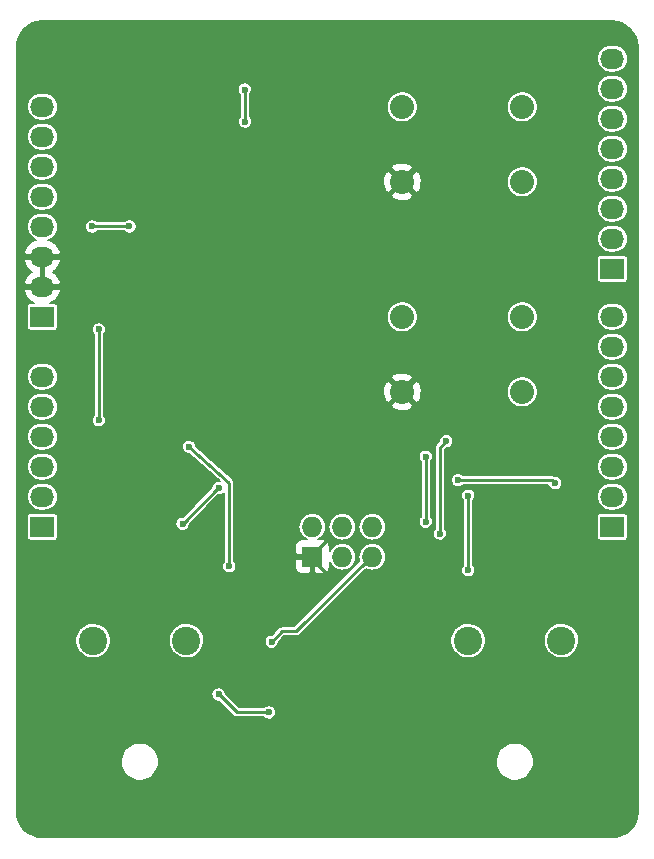
<source format=gbl>
G04 #@! TF.FileFunction,Copper,L2,Bot,Signal*
%FSLAX46Y46*%
G04 Gerber Fmt 4.6, Leading zero omitted, Abs format (unit mm)*
G04 Created by KiCad (PCBNEW 4.0.2-stable) date Tue 01 Mar 2016 08:06:50 PM CST*
%MOMM*%
G01*
G04 APERTURE LIST*
%ADD10C,0.100000*%
%ADD11R,2.032000X1.727200*%
%ADD12O,2.032000X1.727200*%
%ADD13R,1.727200X1.727200*%
%ADD14O,1.727200X1.727200*%
%ADD15C,2.032000*%
%ADD16C,2.400000*%
%ADD17C,0.600000*%
%ADD18C,0.250000*%
%ADD19C,0.203200*%
G04 APERTURE END LIST*
D10*
D11*
X104140000Y-83820000D03*
D12*
X104140000Y-81280000D03*
X104140000Y-78740000D03*
X104140000Y-76200000D03*
X104140000Y-73660000D03*
X104140000Y-71120000D03*
X104140000Y-68580000D03*
X104140000Y-66040000D03*
D11*
X104140000Y-101600000D03*
D12*
X104140000Y-99060000D03*
X104140000Y-96520000D03*
X104140000Y-93980000D03*
X104140000Y-91440000D03*
X104140000Y-88900000D03*
D13*
X127000000Y-104140000D03*
D14*
X127000000Y-101600000D03*
X129540000Y-104140000D03*
X129540000Y-101600000D03*
X132080000Y-104140000D03*
X132080000Y-101600000D03*
D11*
X152400000Y-79756000D03*
D12*
X152400000Y-77216000D03*
X152400000Y-74676000D03*
X152400000Y-72136000D03*
X152400000Y-69596000D03*
X152400000Y-67056000D03*
X152400000Y-64516000D03*
X152400000Y-61976000D03*
D11*
X152400000Y-101600000D03*
D12*
X152400000Y-99060000D03*
X152400000Y-96520000D03*
X152400000Y-93980000D03*
X152400000Y-91440000D03*
X152400000Y-88900000D03*
X152400000Y-86360000D03*
X152400000Y-83820000D03*
D15*
X134620000Y-66040000D03*
X144780000Y-66040000D03*
X134620000Y-72390000D03*
X144780000Y-72390000D03*
X134620000Y-83820000D03*
X144780000Y-83820000D03*
X134620000Y-90170000D03*
X144780000Y-90170000D03*
D16*
X116345000Y-111236000D03*
X108445000Y-111236000D03*
X148095000Y-111236000D03*
X140195000Y-111236000D03*
D17*
X128945640Y-106258360D03*
X130510280Y-102819200D03*
X123647200Y-99080320D03*
X134894320Y-101676200D03*
X121274840Y-64582040D03*
X121310400Y-67284600D03*
X111521240Y-76164440D03*
X108356400Y-76164440D03*
X123560840Y-111328200D03*
X147563840Y-97917000D03*
X139334240Y-97652840D03*
X116017040Y-101346000D03*
X119065040Y-98338640D03*
X123332240Y-117312440D03*
X119065040Y-115788440D03*
X108930440Y-84886800D03*
X108930440Y-92583000D03*
X136601200Y-95666560D03*
X136601200Y-101173280D03*
X137800080Y-102179120D03*
X138333480Y-94355920D03*
X119974360Y-104942640D03*
X116565680Y-94828360D03*
X140202920Y-98963480D03*
X140202920Y-105277920D03*
D18*
X127000000Y-104140000D02*
X127000000Y-104312720D01*
X127000000Y-104312720D02*
X128945640Y-106258360D01*
X127000000Y-104140000D02*
X127000000Y-103982520D01*
X127000000Y-103982520D02*
X128163320Y-102819200D01*
X128163320Y-102819200D02*
X130510280Y-102819200D01*
X123647200Y-99080320D02*
X134452360Y-99080320D01*
X125415040Y-104140000D02*
X123647200Y-102372160D01*
X123647200Y-102372160D02*
X123647200Y-99080320D01*
X127000000Y-104140000D02*
X125415040Y-104140000D01*
X134894320Y-99522280D02*
X134894320Y-101676200D01*
X134452360Y-99080320D02*
X134894320Y-99522280D01*
X121274840Y-67249040D02*
X121274840Y-64582040D01*
X121310400Y-67284600D02*
X121274840Y-67249040D01*
X108356400Y-76164440D02*
X111521240Y-76164440D01*
X132080000Y-104140000D02*
X131968240Y-104140000D01*
X131968240Y-104140000D02*
X125653800Y-110454440D01*
X124434600Y-110454440D02*
X123560840Y-111328200D01*
X125653800Y-110454440D02*
X124434600Y-110454440D01*
X132080000Y-104140000D02*
X132064760Y-104140000D01*
X147259040Y-97612200D02*
X147563840Y-97917000D01*
X139334240Y-97652840D02*
X139374880Y-97612200D01*
X139374880Y-97612200D02*
X147259040Y-97612200D01*
X116017040Y-101346000D02*
X119024400Y-98338640D01*
X119024400Y-98338640D02*
X119065040Y-98338640D01*
X120589040Y-117312440D02*
X123332240Y-117312440D01*
X119065040Y-115788440D02*
X120589040Y-117312440D01*
X108930440Y-92583000D02*
X108930440Y-84886800D01*
X136601200Y-101173280D02*
X136601200Y-95666560D01*
X137800080Y-94889320D02*
X137800080Y-102179120D01*
X138333480Y-94355920D02*
X137800080Y-94889320D01*
X119974360Y-97901760D02*
X119974360Y-104942640D01*
X116565680Y-94828360D02*
X119974360Y-97901760D01*
X140202920Y-105277920D02*
X140202920Y-98963480D01*
D19*
G36*
X152819229Y-58842727D02*
X153222493Y-58964479D01*
X153594428Y-59162240D01*
X153920868Y-59428477D01*
X154189377Y-59753050D01*
X154389728Y-60123591D01*
X154514295Y-60526001D01*
X154560200Y-60962758D01*
X154560200Y-125711428D01*
X154517273Y-126149229D01*
X154395521Y-126552493D01*
X154197759Y-126924429D01*
X153931521Y-127250870D01*
X153606953Y-127519375D01*
X153236409Y-127719728D01*
X152833999Y-127844295D01*
X152397242Y-127890200D01*
X104158572Y-127890200D01*
X103720771Y-127847273D01*
X103317507Y-127725521D01*
X102945571Y-127527759D01*
X102619130Y-127261521D01*
X102350625Y-126936953D01*
X102150272Y-126566409D01*
X102025705Y-126163999D01*
X101979800Y-125727242D01*
X101979800Y-121620936D01*
X110788090Y-121620936D01*
X110844903Y-121930483D01*
X110960758Y-122223100D01*
X111131243Y-122487641D01*
X111349865Y-122714030D01*
X111608295Y-122893644D01*
X111896690Y-123019640D01*
X112204066Y-123087221D01*
X112518714Y-123093812D01*
X112828651Y-123039162D01*
X113122069Y-122925353D01*
X113387794Y-122756719D01*
X113615704Y-122539683D01*
X113797117Y-122282513D01*
X113925124Y-121995005D01*
X113994849Y-121688108D01*
X113995787Y-121620936D01*
X142538090Y-121620936D01*
X142594903Y-121930483D01*
X142710758Y-122223100D01*
X142881243Y-122487641D01*
X143099865Y-122714030D01*
X143358295Y-122893644D01*
X143646690Y-123019640D01*
X143954066Y-123087221D01*
X144268714Y-123093812D01*
X144578651Y-123039162D01*
X144872069Y-122925353D01*
X145137794Y-122756719D01*
X145365704Y-122539683D01*
X145547117Y-122282513D01*
X145675124Y-121995005D01*
X145744849Y-121688108D01*
X145749869Y-121328641D01*
X145688740Y-121019917D01*
X145568810Y-120728947D01*
X145394648Y-120466812D01*
X145172888Y-120243497D01*
X144911975Y-120067509D01*
X144621848Y-119945552D01*
X144313559Y-119882269D01*
X143998849Y-119880072D01*
X143689706Y-119939044D01*
X143397905Y-120056939D01*
X143134561Y-120229267D01*
X142909704Y-120449463D01*
X142731899Y-120709141D01*
X142607918Y-120998409D01*
X142542485Y-121306249D01*
X142538090Y-121620936D01*
X113995787Y-121620936D01*
X113999869Y-121328641D01*
X113938740Y-121019917D01*
X113818810Y-120728947D01*
X113644648Y-120466812D01*
X113422888Y-120243497D01*
X113161975Y-120067509D01*
X112871848Y-119945552D01*
X112563559Y-119882269D01*
X112248849Y-119880072D01*
X111939706Y-119939044D01*
X111647905Y-120056939D01*
X111384561Y-120229267D01*
X111159704Y-120449463D01*
X110981899Y-120709141D01*
X110857918Y-120998409D01*
X110792485Y-121306249D01*
X110788090Y-121620936D01*
X101979800Y-121620936D01*
X101979800Y-115839293D01*
X118459445Y-115839293D01*
X118480856Y-115955952D01*
X118524519Y-116066230D01*
X118588769Y-116165928D01*
X118671161Y-116251247D01*
X118768555Y-116318937D01*
X118877242Y-116366422D01*
X118993083Y-116391891D01*
X119062109Y-116393337D01*
X120285125Y-117616354D01*
X120315807Y-117641556D01*
X120346217Y-117667074D01*
X120348199Y-117668163D01*
X120349944Y-117669597D01*
X120384930Y-117688356D01*
X120419724Y-117707484D01*
X120421877Y-117708167D01*
X120423869Y-117709235D01*
X120461861Y-117720851D01*
X120499680Y-117732848D01*
X120501923Y-117733100D01*
X120504086Y-117733761D01*
X120543643Y-117737779D01*
X120583039Y-117742198D01*
X120587449Y-117742229D01*
X120587539Y-117742238D01*
X120587623Y-117742230D01*
X120589040Y-117742240D01*
X122906486Y-117742240D01*
X122938361Y-117775247D01*
X123035755Y-117842937D01*
X123144442Y-117890422D01*
X123260283Y-117915891D01*
X123378864Y-117918375D01*
X123495670Y-117897779D01*
X123606250Y-117854888D01*
X123706393Y-117791335D01*
X123792286Y-117709541D01*
X123860655Y-117612621D01*
X123908897Y-117504268D01*
X123935174Y-117388608D01*
X123937066Y-117253136D01*
X123914028Y-117136788D01*
X123868830Y-117027130D01*
X123803194Y-116928339D01*
X123719619Y-116844179D01*
X123621289Y-116777855D01*
X123511949Y-116731893D01*
X123395765Y-116708043D01*
X123277160Y-116707215D01*
X123160654Y-116729440D01*
X123050683Y-116773871D01*
X122951437Y-116838816D01*
X122906685Y-116882640D01*
X120767069Y-116882640D01*
X119669091Y-115784662D01*
X119669866Y-115729136D01*
X119646828Y-115612788D01*
X119601630Y-115503130D01*
X119535994Y-115404339D01*
X119452419Y-115320179D01*
X119354089Y-115253855D01*
X119244749Y-115207893D01*
X119128565Y-115184043D01*
X119009960Y-115183215D01*
X118893454Y-115205440D01*
X118783483Y-115249871D01*
X118684237Y-115314816D01*
X118599495Y-115397801D01*
X118532486Y-115495666D01*
X118485761Y-115604682D01*
X118461101Y-115720697D01*
X118459445Y-115839293D01*
X101979800Y-115839293D01*
X101979800Y-111362528D01*
X106938222Y-111362528D01*
X106991494Y-111652786D01*
X107100130Y-111927169D01*
X107259992Y-112175226D01*
X107464990Y-112387508D01*
X107707317Y-112555929D01*
X107977741Y-112674074D01*
X108265964Y-112737444D01*
X108561005Y-112743625D01*
X108851629Y-112692380D01*
X109126763Y-112585662D01*
X109375930Y-112427536D01*
X109589638Y-112224025D01*
X109759747Y-111982880D01*
X109879777Y-111713287D01*
X109945158Y-111425514D01*
X109946037Y-111362528D01*
X114838222Y-111362528D01*
X114891494Y-111652786D01*
X115000130Y-111927169D01*
X115159992Y-112175226D01*
X115364990Y-112387508D01*
X115607317Y-112555929D01*
X115877741Y-112674074D01*
X116165964Y-112737444D01*
X116461005Y-112743625D01*
X116751629Y-112692380D01*
X117026763Y-112585662D01*
X117275930Y-112427536D01*
X117489638Y-112224025D01*
X117659747Y-111982880D01*
X117779777Y-111713287D01*
X117845158Y-111425514D01*
X117845806Y-111379053D01*
X122955245Y-111379053D01*
X122976656Y-111495712D01*
X123020319Y-111605990D01*
X123084569Y-111705688D01*
X123166961Y-111791007D01*
X123264355Y-111858697D01*
X123373042Y-111906182D01*
X123488883Y-111931651D01*
X123607464Y-111934135D01*
X123724270Y-111913539D01*
X123834850Y-111870648D01*
X123934993Y-111807095D01*
X124020886Y-111725301D01*
X124089255Y-111628381D01*
X124137497Y-111520028D01*
X124163774Y-111404368D01*
X124164358Y-111362528D01*
X138688222Y-111362528D01*
X138741494Y-111652786D01*
X138850130Y-111927169D01*
X139009992Y-112175226D01*
X139214990Y-112387508D01*
X139457317Y-112555929D01*
X139727741Y-112674074D01*
X140015964Y-112737444D01*
X140311005Y-112743625D01*
X140601629Y-112692380D01*
X140876763Y-112585662D01*
X141125930Y-112427536D01*
X141339638Y-112224025D01*
X141509747Y-111982880D01*
X141629777Y-111713287D01*
X141695158Y-111425514D01*
X141696037Y-111362528D01*
X146588222Y-111362528D01*
X146641494Y-111652786D01*
X146750130Y-111927169D01*
X146909992Y-112175226D01*
X147114990Y-112387508D01*
X147357317Y-112555929D01*
X147627741Y-112674074D01*
X147915964Y-112737444D01*
X148211005Y-112743625D01*
X148501629Y-112692380D01*
X148776763Y-112585662D01*
X149025930Y-112427536D01*
X149239638Y-112224025D01*
X149409747Y-111982880D01*
X149529777Y-111713287D01*
X149595158Y-111425514D01*
X149599864Y-111088447D01*
X149542545Y-110798961D01*
X149430088Y-110526121D01*
X149266779Y-110280320D01*
X149058837Y-110070922D01*
X148814182Y-109905900D01*
X148542135Y-109791542D01*
X148253056Y-109732202D01*
X147957956Y-109730142D01*
X147668077Y-109785440D01*
X147394459Y-109895988D01*
X147147524Y-110057578D01*
X146936679Y-110264053D01*
X146769953Y-110507549D01*
X146653699Y-110778792D01*
X146592342Y-111067450D01*
X146588222Y-111362528D01*
X141696037Y-111362528D01*
X141699864Y-111088447D01*
X141642545Y-110798961D01*
X141530088Y-110526121D01*
X141366779Y-110280320D01*
X141158837Y-110070922D01*
X140914182Y-109905900D01*
X140642135Y-109791542D01*
X140353056Y-109732202D01*
X140057956Y-109730142D01*
X139768077Y-109785440D01*
X139494459Y-109895988D01*
X139247524Y-110057578D01*
X139036679Y-110264053D01*
X138869953Y-110507549D01*
X138753699Y-110778792D01*
X138692342Y-111067450D01*
X138688222Y-111362528D01*
X124164358Y-111362528D01*
X124164784Y-111332085D01*
X124612629Y-110884240D01*
X125653800Y-110884240D01*
X125693336Y-110880364D01*
X125732862Y-110876906D01*
X125735032Y-110876276D01*
X125737282Y-110876055D01*
X125775312Y-110864573D01*
X125813414Y-110853503D01*
X125815419Y-110852464D01*
X125817584Y-110851810D01*
X125852690Y-110833144D01*
X125887886Y-110814900D01*
X125889648Y-110813493D01*
X125891648Y-110812430D01*
X125922487Y-110787279D01*
X125953441Y-110762568D01*
X125956578Y-110759475D01*
X125956652Y-110759414D01*
X125956709Y-110759345D01*
X125957714Y-110758354D01*
X131541851Y-105174218D01*
X131614065Y-105213918D01*
X131831423Y-105282868D01*
X132058034Y-105308286D01*
X132074347Y-105308400D01*
X132085653Y-105308400D01*
X132312596Y-105286148D01*
X132530896Y-105220240D01*
X132732236Y-105113185D01*
X132908948Y-104969062D01*
X133054300Y-104793361D01*
X133162758Y-104592773D01*
X133230189Y-104374939D01*
X133254025Y-104148157D01*
X133233357Y-103921064D01*
X133168975Y-103702310D01*
X133063328Y-103500227D01*
X132920443Y-103322513D01*
X132745760Y-103175937D01*
X132545935Y-103066082D01*
X132328577Y-102997132D01*
X132101966Y-102971714D01*
X132085653Y-102971600D01*
X132074347Y-102971600D01*
X131847404Y-102993852D01*
X131629104Y-103059760D01*
X131427764Y-103166815D01*
X131251052Y-103310938D01*
X131105700Y-103486639D01*
X130997242Y-103687227D01*
X130929811Y-103905061D01*
X130905975Y-104131843D01*
X130926643Y-104358936D01*
X130975493Y-104524918D01*
X125475772Y-110024640D01*
X124434600Y-110024640D01*
X124395064Y-110028516D01*
X124355538Y-110031974D01*
X124353368Y-110032604D01*
X124351118Y-110032825D01*
X124313088Y-110044307D01*
X124274986Y-110055377D01*
X124272981Y-110056416D01*
X124270816Y-110057070D01*
X124235710Y-110075736D01*
X124200514Y-110093980D01*
X124198752Y-110095387D01*
X124196752Y-110096450D01*
X124165938Y-110121582D01*
X124134958Y-110146312D01*
X124131816Y-110149410D01*
X124131748Y-110149466D01*
X124131696Y-110149529D01*
X124130685Y-110150526D01*
X123557873Y-110723339D01*
X123505760Y-110722975D01*
X123389254Y-110745200D01*
X123279283Y-110789631D01*
X123180037Y-110854576D01*
X123095295Y-110937561D01*
X123028286Y-111035426D01*
X122981561Y-111144442D01*
X122956901Y-111260457D01*
X122955245Y-111379053D01*
X117845806Y-111379053D01*
X117849864Y-111088447D01*
X117792545Y-110798961D01*
X117680088Y-110526121D01*
X117516779Y-110280320D01*
X117308837Y-110070922D01*
X117064182Y-109905900D01*
X116792135Y-109791542D01*
X116503056Y-109732202D01*
X116207956Y-109730142D01*
X115918077Y-109785440D01*
X115644459Y-109895988D01*
X115397524Y-110057578D01*
X115186679Y-110264053D01*
X115019953Y-110507549D01*
X114903699Y-110778792D01*
X114842342Y-111067450D01*
X114838222Y-111362528D01*
X109946037Y-111362528D01*
X109949864Y-111088447D01*
X109892545Y-110798961D01*
X109780088Y-110526121D01*
X109616779Y-110280320D01*
X109408837Y-110070922D01*
X109164182Y-109905900D01*
X108892135Y-109791542D01*
X108603056Y-109732202D01*
X108307956Y-109730142D01*
X108018077Y-109785440D01*
X107744459Y-109895988D01*
X107497524Y-110057578D01*
X107286679Y-110264053D01*
X107119953Y-110507549D01*
X107003699Y-110778792D01*
X106942342Y-111067450D01*
X106938222Y-111362528D01*
X101979800Y-111362528D01*
X101979800Y-100736400D01*
X102817726Y-100736400D01*
X102817726Y-102463600D01*
X102821597Y-102512138D01*
X102847091Y-102594464D01*
X102894512Y-102666428D01*
X102960104Y-102722332D01*
X103038674Y-102757748D01*
X103124000Y-102769874D01*
X105156000Y-102769874D01*
X105204538Y-102766003D01*
X105286864Y-102740509D01*
X105358828Y-102693088D01*
X105414732Y-102627496D01*
X105450148Y-102548926D01*
X105462274Y-102463600D01*
X105462274Y-101396853D01*
X115411445Y-101396853D01*
X115432856Y-101513512D01*
X115476519Y-101623790D01*
X115540769Y-101723488D01*
X115623161Y-101808807D01*
X115720555Y-101876497D01*
X115829242Y-101923982D01*
X115945083Y-101949451D01*
X116063664Y-101951935D01*
X116180470Y-101931339D01*
X116291050Y-101888448D01*
X116391193Y-101824895D01*
X116477086Y-101743101D01*
X116545455Y-101646181D01*
X116593697Y-101537828D01*
X116619974Y-101422168D01*
X116620984Y-101349885D01*
X119028046Y-98942823D01*
X119111664Y-98944575D01*
X119228470Y-98923979D01*
X119339050Y-98881088D01*
X119439193Y-98817535D01*
X119525086Y-98735741D01*
X119544560Y-98708135D01*
X119544560Y-104516997D01*
X119508815Y-104552001D01*
X119441806Y-104649866D01*
X119395081Y-104758882D01*
X119370421Y-104874897D01*
X119368765Y-104993493D01*
X119390176Y-105110152D01*
X119433839Y-105220430D01*
X119498089Y-105320128D01*
X119580481Y-105405447D01*
X119677875Y-105473137D01*
X119786562Y-105520622D01*
X119902403Y-105546091D01*
X120020984Y-105548575D01*
X120137790Y-105527979D01*
X120248370Y-105485088D01*
X120348513Y-105421535D01*
X120434406Y-105339741D01*
X120502775Y-105242821D01*
X120551017Y-105134468D01*
X120577294Y-105018808D01*
X120579186Y-104883336D01*
X120556148Y-104766988D01*
X120510950Y-104657330D01*
X120445314Y-104558539D01*
X120404160Y-104517097D01*
X120404160Y-104444800D01*
X125526800Y-104444800D01*
X125526800Y-105063641D01*
X125550227Y-105181414D01*
X125596180Y-105292354D01*
X125662893Y-105392198D01*
X125747803Y-105477107D01*
X125847646Y-105543821D01*
X125958587Y-105589773D01*
X126076360Y-105613200D01*
X126695200Y-105613200D01*
X126847600Y-105460800D01*
X126847600Y-104292400D01*
X125679200Y-104292400D01*
X125526800Y-104444800D01*
X120404160Y-104444800D01*
X120404160Y-103216359D01*
X125526800Y-103216359D01*
X125526800Y-103835200D01*
X125679200Y-103987600D01*
X126847600Y-103987600D01*
X126847600Y-103967600D01*
X127152400Y-103967600D01*
X127152400Y-103987600D01*
X127172400Y-103987600D01*
X127172400Y-104292400D01*
X127152400Y-104292400D01*
X127152400Y-105460800D01*
X127304800Y-105613200D01*
X127923640Y-105613200D01*
X128041413Y-105589773D01*
X128152354Y-105543821D01*
X128252197Y-105477107D01*
X128337107Y-105392198D01*
X128403820Y-105292354D01*
X128449773Y-105181414D01*
X128473200Y-105063641D01*
X128473200Y-104620107D01*
X128556672Y-104779773D01*
X128699557Y-104957487D01*
X128874240Y-105104063D01*
X129074065Y-105213918D01*
X129291423Y-105282868D01*
X129518034Y-105308286D01*
X129534347Y-105308400D01*
X129545653Y-105308400D01*
X129772596Y-105286148D01*
X129990896Y-105220240D01*
X130192236Y-105113185D01*
X130368948Y-104969062D01*
X130514300Y-104793361D01*
X130622758Y-104592773D01*
X130690189Y-104374939D01*
X130714025Y-104148157D01*
X130693357Y-103921064D01*
X130628975Y-103702310D01*
X130523328Y-103500227D01*
X130380443Y-103322513D01*
X130205760Y-103175937D01*
X130005935Y-103066082D01*
X129788577Y-102997132D01*
X129561966Y-102971714D01*
X129545653Y-102971600D01*
X129534347Y-102971600D01*
X129307404Y-102993852D01*
X129089104Y-103059760D01*
X128887764Y-103166815D01*
X128711052Y-103310938D01*
X128565700Y-103486639D01*
X128473200Y-103657713D01*
X128473200Y-103216359D01*
X128449773Y-103098586D01*
X128403820Y-102987646D01*
X128337107Y-102887802D01*
X128252197Y-102802893D01*
X128152354Y-102736179D01*
X128041413Y-102690227D01*
X127923640Y-102666800D01*
X127476173Y-102666800D01*
X127652236Y-102573185D01*
X127828948Y-102429062D01*
X127974300Y-102253361D01*
X128082758Y-102052773D01*
X128150189Y-101834939D01*
X128174025Y-101608157D01*
X128172541Y-101591843D01*
X128365975Y-101591843D01*
X128386643Y-101818936D01*
X128451025Y-102037690D01*
X128556672Y-102239773D01*
X128699557Y-102417487D01*
X128874240Y-102564063D01*
X129074065Y-102673918D01*
X129291423Y-102742868D01*
X129518034Y-102768286D01*
X129534347Y-102768400D01*
X129545653Y-102768400D01*
X129772596Y-102746148D01*
X129990896Y-102680240D01*
X130192236Y-102573185D01*
X130368948Y-102429062D01*
X130514300Y-102253361D01*
X130622758Y-102052773D01*
X130690189Y-101834939D01*
X130714025Y-101608157D01*
X130712541Y-101591843D01*
X130905975Y-101591843D01*
X130926643Y-101818936D01*
X130991025Y-102037690D01*
X131096672Y-102239773D01*
X131239557Y-102417487D01*
X131414240Y-102564063D01*
X131614065Y-102673918D01*
X131831423Y-102742868D01*
X132058034Y-102768286D01*
X132074347Y-102768400D01*
X132085653Y-102768400D01*
X132312596Y-102746148D01*
X132530896Y-102680240D01*
X132732236Y-102573185D01*
X132908948Y-102429062D01*
X133054300Y-102253361D01*
X133066945Y-102229973D01*
X137194485Y-102229973D01*
X137215896Y-102346632D01*
X137259559Y-102456910D01*
X137323809Y-102556608D01*
X137406201Y-102641927D01*
X137503595Y-102709617D01*
X137612282Y-102757102D01*
X137728123Y-102782571D01*
X137846704Y-102785055D01*
X137963510Y-102764459D01*
X138074090Y-102721568D01*
X138174233Y-102658015D01*
X138260126Y-102576221D01*
X138328495Y-102479301D01*
X138376737Y-102370948D01*
X138403014Y-102255288D01*
X138404906Y-102119816D01*
X138381868Y-102003468D01*
X138336670Y-101893810D01*
X138271034Y-101795019D01*
X138229880Y-101753577D01*
X138229880Y-99014333D01*
X139597325Y-99014333D01*
X139618736Y-99130992D01*
X139662399Y-99241270D01*
X139726649Y-99340968D01*
X139773120Y-99389090D01*
X139773120Y-104852277D01*
X139737375Y-104887281D01*
X139670366Y-104985146D01*
X139623641Y-105094162D01*
X139598981Y-105210177D01*
X139597325Y-105328773D01*
X139618736Y-105445432D01*
X139662399Y-105555710D01*
X139726649Y-105655408D01*
X139809041Y-105740727D01*
X139906435Y-105808417D01*
X140015122Y-105855902D01*
X140130963Y-105881371D01*
X140249544Y-105883855D01*
X140366350Y-105863259D01*
X140476930Y-105820368D01*
X140577073Y-105756815D01*
X140662966Y-105675021D01*
X140731335Y-105578101D01*
X140779577Y-105469748D01*
X140805854Y-105354088D01*
X140807746Y-105218616D01*
X140784708Y-105102268D01*
X140739510Y-104992610D01*
X140673874Y-104893819D01*
X140632720Y-104852377D01*
X140632720Y-100736400D01*
X151077726Y-100736400D01*
X151077726Y-102463600D01*
X151081597Y-102512138D01*
X151107091Y-102594464D01*
X151154512Y-102666428D01*
X151220104Y-102722332D01*
X151298674Y-102757748D01*
X151384000Y-102769874D01*
X153416000Y-102769874D01*
X153464538Y-102766003D01*
X153546864Y-102740509D01*
X153618828Y-102693088D01*
X153674732Y-102627496D01*
X153710148Y-102548926D01*
X153722274Y-102463600D01*
X153722274Y-100736400D01*
X153718403Y-100687862D01*
X153692909Y-100605536D01*
X153645488Y-100533572D01*
X153579896Y-100477668D01*
X153501326Y-100442252D01*
X153416000Y-100430126D01*
X151384000Y-100430126D01*
X151335462Y-100433997D01*
X151253136Y-100459491D01*
X151181172Y-100506912D01*
X151125268Y-100572504D01*
X151089852Y-100651074D01*
X151077726Y-100736400D01*
X140632720Y-100736400D01*
X140632720Y-99389384D01*
X140662966Y-99360581D01*
X140731335Y-99263661D01*
X140779577Y-99155308D01*
X140803083Y-99051843D01*
X151072837Y-99051843D01*
X151093505Y-99278936D01*
X151157887Y-99497690D01*
X151263534Y-99699773D01*
X151406419Y-99877487D01*
X151581102Y-100024063D01*
X151780927Y-100133918D01*
X151998285Y-100202868D01*
X152224896Y-100228286D01*
X152241209Y-100228400D01*
X152558791Y-100228400D01*
X152785734Y-100206148D01*
X153004034Y-100140240D01*
X153205374Y-100033185D01*
X153382086Y-99889062D01*
X153527438Y-99713361D01*
X153635896Y-99512773D01*
X153703327Y-99294939D01*
X153727163Y-99068157D01*
X153706495Y-98841064D01*
X153642113Y-98622310D01*
X153536466Y-98420227D01*
X153393581Y-98242513D01*
X153218898Y-98095937D01*
X153019073Y-97986082D01*
X152801715Y-97917132D01*
X152575104Y-97891714D01*
X152558791Y-97891600D01*
X152241209Y-97891600D01*
X152014266Y-97913852D01*
X151795966Y-97979760D01*
X151594626Y-98086815D01*
X151417914Y-98230938D01*
X151272562Y-98406639D01*
X151164104Y-98607227D01*
X151096673Y-98825061D01*
X151072837Y-99051843D01*
X140803083Y-99051843D01*
X140805854Y-99039648D01*
X140807746Y-98904176D01*
X140784708Y-98787828D01*
X140739510Y-98678170D01*
X140673874Y-98579379D01*
X140590299Y-98495219D01*
X140491969Y-98428895D01*
X140382629Y-98382933D01*
X140266445Y-98359083D01*
X140147840Y-98358255D01*
X140031334Y-98380480D01*
X139921363Y-98424911D01*
X139822117Y-98489856D01*
X139737375Y-98572841D01*
X139670366Y-98670706D01*
X139623641Y-98779722D01*
X139598981Y-98895737D01*
X139597325Y-99014333D01*
X138229880Y-99014333D01*
X138229880Y-97703693D01*
X138728645Y-97703693D01*
X138750056Y-97820352D01*
X138793719Y-97930630D01*
X138857969Y-98030328D01*
X138940361Y-98115647D01*
X139037755Y-98183337D01*
X139146442Y-98230822D01*
X139262283Y-98256291D01*
X139380864Y-98258775D01*
X139497670Y-98238179D01*
X139608250Y-98195288D01*
X139708393Y-98131735D01*
X139794286Y-98049941D01*
X139799888Y-98042000D01*
X146971854Y-98042000D01*
X146979656Y-98084512D01*
X147023319Y-98194790D01*
X147087569Y-98294488D01*
X147169961Y-98379807D01*
X147267355Y-98447497D01*
X147376042Y-98494982D01*
X147491883Y-98520451D01*
X147610464Y-98522935D01*
X147727270Y-98502339D01*
X147837850Y-98459448D01*
X147937993Y-98395895D01*
X148023886Y-98314101D01*
X148092255Y-98217181D01*
X148140497Y-98108828D01*
X148166774Y-97993168D01*
X148168666Y-97857696D01*
X148145628Y-97741348D01*
X148100430Y-97631690D01*
X148034794Y-97532899D01*
X147951219Y-97448739D01*
X147852889Y-97382415D01*
X147743549Y-97336453D01*
X147627365Y-97312603D01*
X147566849Y-97312181D01*
X147562954Y-97308286D01*
X147532271Y-97283082D01*
X147501863Y-97257566D01*
X147499885Y-97256478D01*
X147498136Y-97255042D01*
X147463095Y-97236254D01*
X147428356Y-97217156D01*
X147426205Y-97216474D01*
X147424210Y-97215404D01*
X147386200Y-97203783D01*
X147348400Y-97191792D01*
X147346156Y-97191540D01*
X147343993Y-97190879D01*
X147304447Y-97186862D01*
X147265041Y-97182442D01*
X147260630Y-97182411D01*
X147260540Y-97182402D01*
X147260456Y-97182410D01*
X147259040Y-97182400D01*
X139718388Y-97182400D01*
X139623289Y-97118255D01*
X139513949Y-97072293D01*
X139397765Y-97048443D01*
X139279160Y-97047615D01*
X139162654Y-97069840D01*
X139052683Y-97114271D01*
X138953437Y-97179216D01*
X138868695Y-97262201D01*
X138801686Y-97360066D01*
X138754961Y-97469082D01*
X138730301Y-97585097D01*
X138728645Y-97703693D01*
X138229880Y-97703693D01*
X138229880Y-96511843D01*
X151072837Y-96511843D01*
X151093505Y-96738936D01*
X151157887Y-96957690D01*
X151263534Y-97159773D01*
X151406419Y-97337487D01*
X151581102Y-97484063D01*
X151780927Y-97593918D01*
X151998285Y-97662868D01*
X152224896Y-97688286D01*
X152241209Y-97688400D01*
X152558791Y-97688400D01*
X152785734Y-97666148D01*
X153004034Y-97600240D01*
X153205374Y-97493185D01*
X153382086Y-97349062D01*
X153527438Y-97173361D01*
X153635896Y-96972773D01*
X153703327Y-96754939D01*
X153727163Y-96528157D01*
X153706495Y-96301064D01*
X153642113Y-96082310D01*
X153536466Y-95880227D01*
X153393581Y-95702513D01*
X153218898Y-95555937D01*
X153019073Y-95446082D01*
X152801715Y-95377132D01*
X152575104Y-95351714D01*
X152558791Y-95351600D01*
X152241209Y-95351600D01*
X152014266Y-95373852D01*
X151795966Y-95439760D01*
X151594626Y-95546815D01*
X151417914Y-95690938D01*
X151272562Y-95866639D01*
X151164104Y-96067227D01*
X151096673Y-96285061D01*
X151072837Y-96511843D01*
X138229880Y-96511843D01*
X138229880Y-95067348D01*
X138336291Y-94960937D01*
X138380104Y-94961855D01*
X138496910Y-94941259D01*
X138607490Y-94898368D01*
X138707633Y-94834815D01*
X138793526Y-94753021D01*
X138861895Y-94656101D01*
X138910137Y-94547748D01*
X138936414Y-94432088D01*
X138938306Y-94296616D01*
X138915268Y-94180268D01*
X138870070Y-94070610D01*
X138804450Y-93971843D01*
X151072837Y-93971843D01*
X151093505Y-94198936D01*
X151157887Y-94417690D01*
X151263534Y-94619773D01*
X151406419Y-94797487D01*
X151581102Y-94944063D01*
X151780927Y-95053918D01*
X151998285Y-95122868D01*
X152224896Y-95148286D01*
X152241209Y-95148400D01*
X152558791Y-95148400D01*
X152785734Y-95126148D01*
X153004034Y-95060240D01*
X153205374Y-94953185D01*
X153382086Y-94809062D01*
X153527438Y-94633361D01*
X153635896Y-94432773D01*
X153703327Y-94214939D01*
X153727163Y-93988157D01*
X153706495Y-93761064D01*
X153642113Y-93542310D01*
X153536466Y-93340227D01*
X153393581Y-93162513D01*
X153218898Y-93015937D01*
X153019073Y-92906082D01*
X152801715Y-92837132D01*
X152575104Y-92811714D01*
X152558791Y-92811600D01*
X152241209Y-92811600D01*
X152014266Y-92833852D01*
X151795966Y-92899760D01*
X151594626Y-93006815D01*
X151417914Y-93150938D01*
X151272562Y-93326639D01*
X151164104Y-93527227D01*
X151096673Y-93745061D01*
X151072837Y-93971843D01*
X138804450Y-93971843D01*
X138804434Y-93971819D01*
X138720859Y-93887659D01*
X138622529Y-93821335D01*
X138513189Y-93775373D01*
X138397005Y-93751523D01*
X138278400Y-93750695D01*
X138161894Y-93772920D01*
X138051923Y-93817351D01*
X137952677Y-93882296D01*
X137867935Y-93965281D01*
X137800926Y-94063146D01*
X137754201Y-94172162D01*
X137729541Y-94288177D01*
X137728637Y-94352935D01*
X137496166Y-94585406D01*
X137470962Y-94616089D01*
X137445446Y-94646497D01*
X137444358Y-94648475D01*
X137442922Y-94650224D01*
X137424134Y-94685265D01*
X137405036Y-94720004D01*
X137404354Y-94722155D01*
X137403284Y-94724150D01*
X137391663Y-94762160D01*
X137379672Y-94799960D01*
X137379420Y-94802204D01*
X137378759Y-94804367D01*
X137374742Y-94843913D01*
X137370322Y-94883319D01*
X137370291Y-94887730D01*
X137370282Y-94887820D01*
X137370290Y-94887904D01*
X137370280Y-94889320D01*
X137370280Y-101753477D01*
X137334535Y-101788481D01*
X137267526Y-101886346D01*
X137220801Y-101995362D01*
X137196141Y-102111377D01*
X137194485Y-102229973D01*
X133066945Y-102229973D01*
X133162758Y-102052773D01*
X133230189Y-101834939D01*
X133254025Y-101608157D01*
X133233357Y-101381064D01*
X133168975Y-101162310D01*
X133063328Y-100960227D01*
X132920443Y-100782513D01*
X132745760Y-100635937D01*
X132545935Y-100526082D01*
X132328577Y-100457132D01*
X132101966Y-100431714D01*
X132085653Y-100431600D01*
X132074347Y-100431600D01*
X131847404Y-100453852D01*
X131629104Y-100519760D01*
X131427764Y-100626815D01*
X131251052Y-100770938D01*
X131105700Y-100946639D01*
X130997242Y-101147227D01*
X130929811Y-101365061D01*
X130905975Y-101591843D01*
X130712541Y-101591843D01*
X130693357Y-101381064D01*
X130628975Y-101162310D01*
X130523328Y-100960227D01*
X130380443Y-100782513D01*
X130205760Y-100635937D01*
X130005935Y-100526082D01*
X129788577Y-100457132D01*
X129561966Y-100431714D01*
X129545653Y-100431600D01*
X129534347Y-100431600D01*
X129307404Y-100453852D01*
X129089104Y-100519760D01*
X128887764Y-100626815D01*
X128711052Y-100770938D01*
X128565700Y-100946639D01*
X128457242Y-101147227D01*
X128389811Y-101365061D01*
X128365975Y-101591843D01*
X128172541Y-101591843D01*
X128153357Y-101381064D01*
X128088975Y-101162310D01*
X127983328Y-100960227D01*
X127840443Y-100782513D01*
X127665760Y-100635937D01*
X127465935Y-100526082D01*
X127248577Y-100457132D01*
X127021966Y-100431714D01*
X127005653Y-100431600D01*
X126994347Y-100431600D01*
X126767404Y-100453852D01*
X126549104Y-100519760D01*
X126347764Y-100626815D01*
X126171052Y-100770938D01*
X126025700Y-100946639D01*
X125917242Y-101147227D01*
X125849811Y-101365061D01*
X125825975Y-101591843D01*
X125846643Y-101818936D01*
X125911025Y-102037690D01*
X126016672Y-102239773D01*
X126159557Y-102417487D01*
X126334240Y-102564063D01*
X126521117Y-102666800D01*
X126076360Y-102666800D01*
X125958587Y-102690227D01*
X125847646Y-102736179D01*
X125747803Y-102802893D01*
X125662893Y-102887802D01*
X125596180Y-102987646D01*
X125550227Y-103098586D01*
X125526800Y-103216359D01*
X120404160Y-103216359D01*
X120404160Y-97901760D01*
X120403293Y-97892920D01*
X120403795Y-97884055D01*
X120399208Y-97851254D01*
X120395975Y-97818278D01*
X120393408Y-97809775D01*
X120392178Y-97800981D01*
X120381307Y-97769697D01*
X120371730Y-97737976D01*
X120367558Y-97730130D01*
X120364645Y-97721746D01*
X120347914Y-97693183D01*
X120332350Y-97663912D01*
X120326732Y-97657024D01*
X120322247Y-97649367D01*
X120300283Y-97624593D01*
X120279334Y-97598908D01*
X120272489Y-97593246D01*
X120266599Y-97586602D01*
X120262170Y-97582553D01*
X118193560Y-95717413D01*
X135995605Y-95717413D01*
X136017016Y-95834072D01*
X136060679Y-95944350D01*
X136124929Y-96044048D01*
X136171400Y-96092170D01*
X136171400Y-100747637D01*
X136135655Y-100782641D01*
X136068646Y-100880506D01*
X136021921Y-100989522D01*
X135997261Y-101105537D01*
X135995605Y-101224133D01*
X136017016Y-101340792D01*
X136060679Y-101451070D01*
X136124929Y-101550768D01*
X136207321Y-101636087D01*
X136304715Y-101703777D01*
X136413402Y-101751262D01*
X136529243Y-101776731D01*
X136647824Y-101779215D01*
X136764630Y-101758619D01*
X136875210Y-101715728D01*
X136975353Y-101652175D01*
X137061246Y-101570381D01*
X137129615Y-101473461D01*
X137177857Y-101365108D01*
X137204134Y-101249448D01*
X137206026Y-101113976D01*
X137182988Y-100997628D01*
X137137790Y-100887970D01*
X137072154Y-100789179D01*
X137031000Y-100747737D01*
X137031000Y-96092464D01*
X137061246Y-96063661D01*
X137129615Y-95966741D01*
X137177857Y-95858388D01*
X137204134Y-95742728D01*
X137206026Y-95607256D01*
X137182988Y-95490908D01*
X137137790Y-95381250D01*
X137072154Y-95282459D01*
X136988579Y-95198299D01*
X136890249Y-95131975D01*
X136780909Y-95086013D01*
X136664725Y-95062163D01*
X136546120Y-95061335D01*
X136429614Y-95083560D01*
X136319643Y-95127991D01*
X136220397Y-95192936D01*
X136135655Y-95275921D01*
X136068646Y-95373786D01*
X136021921Y-95482802D01*
X135997261Y-95598817D01*
X135995605Y-95717413D01*
X118193560Y-95717413D01*
X117170148Y-94794665D01*
X117170506Y-94769056D01*
X117147468Y-94652708D01*
X117102270Y-94543050D01*
X117036634Y-94444259D01*
X116953059Y-94360099D01*
X116854729Y-94293775D01*
X116745389Y-94247813D01*
X116629205Y-94223963D01*
X116510600Y-94223135D01*
X116394094Y-94245360D01*
X116284123Y-94289791D01*
X116184877Y-94354736D01*
X116100135Y-94437721D01*
X116033126Y-94535586D01*
X115986401Y-94644602D01*
X115961741Y-94760617D01*
X115960085Y-94879213D01*
X115981496Y-94995872D01*
X116025159Y-95106150D01*
X116089409Y-95205848D01*
X116171801Y-95291167D01*
X116269195Y-95358857D01*
X116377882Y-95406342D01*
X116493723Y-95431811D01*
X116595487Y-95433943D01*
X119152082Y-97739071D01*
X119128565Y-97734243D01*
X119009960Y-97733415D01*
X118893454Y-97755640D01*
X118783483Y-97800071D01*
X118684237Y-97865016D01*
X118599495Y-97948001D01*
X118532486Y-98045866D01*
X118485761Y-98154882D01*
X118461101Y-98270897D01*
X118460772Y-98294439D01*
X116014073Y-100741139D01*
X115961960Y-100740775D01*
X115845454Y-100763000D01*
X115735483Y-100807431D01*
X115636237Y-100872376D01*
X115551495Y-100955361D01*
X115484486Y-101053226D01*
X115437761Y-101162242D01*
X115413101Y-101278257D01*
X115411445Y-101396853D01*
X105462274Y-101396853D01*
X105462274Y-100736400D01*
X105458403Y-100687862D01*
X105432909Y-100605536D01*
X105385488Y-100533572D01*
X105319896Y-100477668D01*
X105241326Y-100442252D01*
X105156000Y-100430126D01*
X103124000Y-100430126D01*
X103075462Y-100433997D01*
X102993136Y-100459491D01*
X102921172Y-100506912D01*
X102865268Y-100572504D01*
X102829852Y-100651074D01*
X102817726Y-100736400D01*
X101979800Y-100736400D01*
X101979800Y-99051843D01*
X102812837Y-99051843D01*
X102833505Y-99278936D01*
X102897887Y-99497690D01*
X103003534Y-99699773D01*
X103146419Y-99877487D01*
X103321102Y-100024063D01*
X103520927Y-100133918D01*
X103738285Y-100202868D01*
X103964896Y-100228286D01*
X103981209Y-100228400D01*
X104298791Y-100228400D01*
X104525734Y-100206148D01*
X104744034Y-100140240D01*
X104945374Y-100033185D01*
X105122086Y-99889062D01*
X105267438Y-99713361D01*
X105375896Y-99512773D01*
X105443327Y-99294939D01*
X105467163Y-99068157D01*
X105446495Y-98841064D01*
X105382113Y-98622310D01*
X105276466Y-98420227D01*
X105133581Y-98242513D01*
X104958898Y-98095937D01*
X104759073Y-97986082D01*
X104541715Y-97917132D01*
X104315104Y-97891714D01*
X104298791Y-97891600D01*
X103981209Y-97891600D01*
X103754266Y-97913852D01*
X103535966Y-97979760D01*
X103334626Y-98086815D01*
X103157914Y-98230938D01*
X103012562Y-98406639D01*
X102904104Y-98607227D01*
X102836673Y-98825061D01*
X102812837Y-99051843D01*
X101979800Y-99051843D01*
X101979800Y-96511843D01*
X102812837Y-96511843D01*
X102833505Y-96738936D01*
X102897887Y-96957690D01*
X103003534Y-97159773D01*
X103146419Y-97337487D01*
X103321102Y-97484063D01*
X103520927Y-97593918D01*
X103738285Y-97662868D01*
X103964896Y-97688286D01*
X103981209Y-97688400D01*
X104298791Y-97688400D01*
X104525734Y-97666148D01*
X104744034Y-97600240D01*
X104945374Y-97493185D01*
X105122086Y-97349062D01*
X105267438Y-97173361D01*
X105375896Y-96972773D01*
X105443327Y-96754939D01*
X105467163Y-96528157D01*
X105446495Y-96301064D01*
X105382113Y-96082310D01*
X105276466Y-95880227D01*
X105133581Y-95702513D01*
X104958898Y-95555937D01*
X104759073Y-95446082D01*
X104541715Y-95377132D01*
X104315104Y-95351714D01*
X104298791Y-95351600D01*
X103981209Y-95351600D01*
X103754266Y-95373852D01*
X103535966Y-95439760D01*
X103334626Y-95546815D01*
X103157914Y-95690938D01*
X103012562Y-95866639D01*
X102904104Y-96067227D01*
X102836673Y-96285061D01*
X102812837Y-96511843D01*
X101979800Y-96511843D01*
X101979800Y-93971843D01*
X102812837Y-93971843D01*
X102833505Y-94198936D01*
X102897887Y-94417690D01*
X103003534Y-94619773D01*
X103146419Y-94797487D01*
X103321102Y-94944063D01*
X103520927Y-95053918D01*
X103738285Y-95122868D01*
X103964896Y-95148286D01*
X103981209Y-95148400D01*
X104298791Y-95148400D01*
X104525734Y-95126148D01*
X104744034Y-95060240D01*
X104945374Y-94953185D01*
X105122086Y-94809062D01*
X105267438Y-94633361D01*
X105375896Y-94432773D01*
X105443327Y-94214939D01*
X105467163Y-93988157D01*
X105446495Y-93761064D01*
X105382113Y-93542310D01*
X105276466Y-93340227D01*
X105133581Y-93162513D01*
X104958898Y-93015937D01*
X104759073Y-92906082D01*
X104541715Y-92837132D01*
X104315104Y-92811714D01*
X104298791Y-92811600D01*
X103981209Y-92811600D01*
X103754266Y-92833852D01*
X103535966Y-92899760D01*
X103334626Y-93006815D01*
X103157914Y-93150938D01*
X103012562Y-93326639D01*
X102904104Y-93527227D01*
X102836673Y-93745061D01*
X102812837Y-93971843D01*
X101979800Y-93971843D01*
X101979800Y-91431843D01*
X102812837Y-91431843D01*
X102833505Y-91658936D01*
X102897887Y-91877690D01*
X103003534Y-92079773D01*
X103146419Y-92257487D01*
X103321102Y-92404063D01*
X103520927Y-92513918D01*
X103738285Y-92582868D01*
X103964896Y-92608286D01*
X103981209Y-92608400D01*
X104298791Y-92608400D01*
X104525734Y-92586148D01*
X104744034Y-92520240D01*
X104945374Y-92413185D01*
X105122086Y-92269062D01*
X105267438Y-92093361D01*
X105375896Y-91892773D01*
X105443327Y-91674939D01*
X105467163Y-91448157D01*
X105446495Y-91221064D01*
X105382113Y-91002310D01*
X105276466Y-90800227D01*
X105133581Y-90622513D01*
X104958898Y-90475937D01*
X104759073Y-90366082D01*
X104541715Y-90297132D01*
X104315104Y-90271714D01*
X104298791Y-90271600D01*
X103981209Y-90271600D01*
X103754266Y-90293852D01*
X103535966Y-90359760D01*
X103334626Y-90466815D01*
X103157914Y-90610938D01*
X103012562Y-90786639D01*
X102904104Y-90987227D01*
X102836673Y-91205061D01*
X102812837Y-91431843D01*
X101979800Y-91431843D01*
X101979800Y-88891843D01*
X102812837Y-88891843D01*
X102833505Y-89118936D01*
X102897887Y-89337690D01*
X103003534Y-89539773D01*
X103146419Y-89717487D01*
X103321102Y-89864063D01*
X103520927Y-89973918D01*
X103738285Y-90042868D01*
X103964896Y-90068286D01*
X103981209Y-90068400D01*
X104298791Y-90068400D01*
X104525734Y-90046148D01*
X104744034Y-89980240D01*
X104945374Y-89873185D01*
X105122086Y-89729062D01*
X105267438Y-89553361D01*
X105375896Y-89352773D01*
X105443327Y-89134939D01*
X105467163Y-88908157D01*
X105446495Y-88681064D01*
X105382113Y-88462310D01*
X105276466Y-88260227D01*
X105133581Y-88082513D01*
X104958898Y-87935937D01*
X104759073Y-87826082D01*
X104541715Y-87757132D01*
X104315104Y-87731714D01*
X104298791Y-87731600D01*
X103981209Y-87731600D01*
X103754266Y-87753852D01*
X103535966Y-87819760D01*
X103334626Y-87926815D01*
X103157914Y-88070938D01*
X103012562Y-88246639D01*
X102904104Y-88447227D01*
X102836673Y-88665061D01*
X102812837Y-88891843D01*
X101979800Y-88891843D01*
X101979800Y-81659746D01*
X102564185Y-81659746D01*
X102649724Y-81896770D01*
X102795757Y-82145926D01*
X102987592Y-82361804D01*
X103217856Y-82536109D01*
X103452925Y-82650126D01*
X103124000Y-82650126D01*
X103075462Y-82653997D01*
X102993136Y-82679491D01*
X102921172Y-82726912D01*
X102865268Y-82792504D01*
X102829852Y-82871074D01*
X102817726Y-82956400D01*
X102817726Y-84683600D01*
X102821597Y-84732138D01*
X102847091Y-84814464D01*
X102894512Y-84886428D01*
X102960104Y-84942332D01*
X103038674Y-84977748D01*
X103124000Y-84989874D01*
X105156000Y-84989874D01*
X105204538Y-84986003D01*
X105286864Y-84960509D01*
X105321549Y-84937653D01*
X108324845Y-84937653D01*
X108346256Y-85054312D01*
X108389919Y-85164590D01*
X108454169Y-85264288D01*
X108500640Y-85312410D01*
X108500640Y-92157357D01*
X108464895Y-92192361D01*
X108397886Y-92290226D01*
X108351161Y-92399242D01*
X108326501Y-92515257D01*
X108324845Y-92633853D01*
X108346256Y-92750512D01*
X108389919Y-92860790D01*
X108454169Y-92960488D01*
X108536561Y-93045807D01*
X108633955Y-93113497D01*
X108742642Y-93160982D01*
X108858483Y-93186451D01*
X108977064Y-93188935D01*
X109093870Y-93168339D01*
X109204450Y-93125448D01*
X109304593Y-93061895D01*
X109390486Y-92980101D01*
X109458855Y-92883181D01*
X109507097Y-92774828D01*
X109533374Y-92659168D01*
X109535266Y-92523696D01*
X109512228Y-92407348D01*
X109467030Y-92297690D01*
X109401394Y-92198899D01*
X109360240Y-92157457D01*
X109360240Y-91319476D01*
X133686051Y-91319476D01*
X133787355Y-91575315D01*
X134077518Y-91710753D01*
X134388527Y-91786981D01*
X134708432Y-91801069D01*
X135024939Y-91752477D01*
X135325883Y-91643070D01*
X135452645Y-91575315D01*
X135553949Y-91319476D01*
X134620000Y-90385526D01*
X133686051Y-91319476D01*
X109360240Y-91319476D01*
X109360240Y-90258432D01*
X132988931Y-90258432D01*
X133037523Y-90574939D01*
X133146930Y-90875883D01*
X133214685Y-91002645D01*
X133470524Y-91103949D01*
X134404474Y-90170000D01*
X134835526Y-90170000D01*
X135769476Y-91103949D01*
X136025315Y-91002645D01*
X136160753Y-90712482D01*
X136236981Y-90401473D01*
X136242283Y-90281056D01*
X143457464Y-90281056D01*
X143504222Y-90535823D01*
X143599575Y-90776656D01*
X143739889Y-90994382D01*
X143919821Y-91180707D01*
X144132517Y-91328534D01*
X144369875Y-91432234D01*
X144622855Y-91487855D01*
X144881821Y-91493279D01*
X145136908Y-91448301D01*
X145179339Y-91431843D01*
X151072837Y-91431843D01*
X151093505Y-91658936D01*
X151157887Y-91877690D01*
X151263534Y-92079773D01*
X151406419Y-92257487D01*
X151581102Y-92404063D01*
X151780927Y-92513918D01*
X151998285Y-92582868D01*
X152224896Y-92608286D01*
X152241209Y-92608400D01*
X152558791Y-92608400D01*
X152785734Y-92586148D01*
X153004034Y-92520240D01*
X153205374Y-92413185D01*
X153382086Y-92269062D01*
X153527438Y-92093361D01*
X153635896Y-91892773D01*
X153703327Y-91674939D01*
X153727163Y-91448157D01*
X153706495Y-91221064D01*
X153642113Y-91002310D01*
X153536466Y-90800227D01*
X153393581Y-90622513D01*
X153218898Y-90475937D01*
X153019073Y-90366082D01*
X152801715Y-90297132D01*
X152575104Y-90271714D01*
X152558791Y-90271600D01*
X152241209Y-90271600D01*
X152014266Y-90293852D01*
X151795966Y-90359760D01*
X151594626Y-90466815D01*
X151417914Y-90610938D01*
X151272562Y-90786639D01*
X151164104Y-90987227D01*
X151096673Y-91205061D01*
X151072837Y-91431843D01*
X145179339Y-91431843D01*
X145378401Y-91354632D01*
X145597100Y-91215841D01*
X145784677Y-91037214D01*
X145933986Y-90825555D01*
X146039340Y-90588927D01*
X146096726Y-90336341D01*
X146100857Y-90040489D01*
X146050546Y-89786400D01*
X145951840Y-89546922D01*
X145808499Y-89331176D01*
X145625983Y-89147382D01*
X145411244Y-89002538D01*
X145172461Y-88902163D01*
X145122187Y-88891843D01*
X151072837Y-88891843D01*
X151093505Y-89118936D01*
X151157887Y-89337690D01*
X151263534Y-89539773D01*
X151406419Y-89717487D01*
X151581102Y-89864063D01*
X151780927Y-89973918D01*
X151998285Y-90042868D01*
X152224896Y-90068286D01*
X152241209Y-90068400D01*
X152558791Y-90068400D01*
X152785734Y-90046148D01*
X153004034Y-89980240D01*
X153205374Y-89873185D01*
X153382086Y-89729062D01*
X153527438Y-89553361D01*
X153635896Y-89352773D01*
X153703327Y-89134939D01*
X153727163Y-88908157D01*
X153706495Y-88681064D01*
X153642113Y-88462310D01*
X153536466Y-88260227D01*
X153393581Y-88082513D01*
X153218898Y-87935937D01*
X153019073Y-87826082D01*
X152801715Y-87757132D01*
X152575104Y-87731714D01*
X152558791Y-87731600D01*
X152241209Y-87731600D01*
X152014266Y-87753852D01*
X151795966Y-87819760D01*
X151594626Y-87926815D01*
X151417914Y-88070938D01*
X151272562Y-88246639D01*
X151164104Y-88447227D01*
X151096673Y-88665061D01*
X151072837Y-88891843D01*
X145122187Y-88891843D01*
X144918729Y-88850079D01*
X144659713Y-88848271D01*
X144405279Y-88896807D01*
X144165118Y-88993839D01*
X143948377Y-89135670D01*
X143763313Y-89316898D01*
X143616974Y-89530621D01*
X143514934Y-89768697D01*
X143461080Y-90022059D01*
X143457464Y-90281056D01*
X136242283Y-90281056D01*
X136251069Y-90081568D01*
X136202477Y-89765061D01*
X136093070Y-89464117D01*
X136025315Y-89337355D01*
X135769476Y-89236051D01*
X134835526Y-90170000D01*
X134404474Y-90170000D01*
X133470524Y-89236051D01*
X133214685Y-89337355D01*
X133079247Y-89627518D01*
X133003019Y-89938527D01*
X132988931Y-90258432D01*
X109360240Y-90258432D01*
X109360240Y-89020524D01*
X133686051Y-89020524D01*
X134620000Y-89954474D01*
X135553949Y-89020524D01*
X135452645Y-88764685D01*
X135162482Y-88629247D01*
X134851473Y-88553019D01*
X134531568Y-88538931D01*
X134215061Y-88587523D01*
X133914117Y-88696930D01*
X133787355Y-88764685D01*
X133686051Y-89020524D01*
X109360240Y-89020524D01*
X109360240Y-86351843D01*
X151072837Y-86351843D01*
X151093505Y-86578936D01*
X151157887Y-86797690D01*
X151263534Y-86999773D01*
X151406419Y-87177487D01*
X151581102Y-87324063D01*
X151780927Y-87433918D01*
X151998285Y-87502868D01*
X152224896Y-87528286D01*
X152241209Y-87528400D01*
X152558791Y-87528400D01*
X152785734Y-87506148D01*
X153004034Y-87440240D01*
X153205374Y-87333185D01*
X153382086Y-87189062D01*
X153527438Y-87013361D01*
X153635896Y-86812773D01*
X153703327Y-86594939D01*
X153727163Y-86368157D01*
X153706495Y-86141064D01*
X153642113Y-85922310D01*
X153536466Y-85720227D01*
X153393581Y-85542513D01*
X153218898Y-85395937D01*
X153019073Y-85286082D01*
X152801715Y-85217132D01*
X152575104Y-85191714D01*
X152558791Y-85191600D01*
X152241209Y-85191600D01*
X152014266Y-85213852D01*
X151795966Y-85279760D01*
X151594626Y-85386815D01*
X151417914Y-85530938D01*
X151272562Y-85706639D01*
X151164104Y-85907227D01*
X151096673Y-86125061D01*
X151072837Y-86351843D01*
X109360240Y-86351843D01*
X109360240Y-85312704D01*
X109390486Y-85283901D01*
X109458855Y-85186981D01*
X109507097Y-85078628D01*
X109533374Y-84962968D01*
X109535266Y-84827496D01*
X109512228Y-84711148D01*
X109467030Y-84601490D01*
X109401394Y-84502699D01*
X109317819Y-84418539D01*
X109219489Y-84352215D01*
X109110149Y-84306253D01*
X108993965Y-84282403D01*
X108875360Y-84281575D01*
X108758854Y-84303800D01*
X108648883Y-84348231D01*
X108549637Y-84413176D01*
X108464895Y-84496161D01*
X108397886Y-84594026D01*
X108351161Y-84703042D01*
X108326501Y-84819057D01*
X108324845Y-84937653D01*
X105321549Y-84937653D01*
X105358828Y-84913088D01*
X105414732Y-84847496D01*
X105450148Y-84768926D01*
X105462274Y-84683600D01*
X105462274Y-83931056D01*
X133297464Y-83931056D01*
X133344222Y-84185823D01*
X133439575Y-84426656D01*
X133579889Y-84644382D01*
X133759821Y-84830707D01*
X133972517Y-84978534D01*
X134209875Y-85082234D01*
X134462855Y-85137855D01*
X134721821Y-85143279D01*
X134976908Y-85098301D01*
X135218401Y-85004632D01*
X135437100Y-84865841D01*
X135624677Y-84687214D01*
X135773986Y-84475555D01*
X135879340Y-84238927D01*
X135936726Y-83986341D01*
X135937497Y-83931056D01*
X143457464Y-83931056D01*
X143504222Y-84185823D01*
X143599575Y-84426656D01*
X143739889Y-84644382D01*
X143919821Y-84830707D01*
X144132517Y-84978534D01*
X144369875Y-85082234D01*
X144622855Y-85137855D01*
X144881821Y-85143279D01*
X145136908Y-85098301D01*
X145378401Y-85004632D01*
X145597100Y-84865841D01*
X145784677Y-84687214D01*
X145933986Y-84475555D01*
X146039340Y-84238927D01*
X146096726Y-83986341D01*
X146099162Y-83811843D01*
X151072837Y-83811843D01*
X151093505Y-84038936D01*
X151157887Y-84257690D01*
X151263534Y-84459773D01*
X151406419Y-84637487D01*
X151581102Y-84784063D01*
X151780927Y-84893918D01*
X151998285Y-84962868D01*
X152224896Y-84988286D01*
X152241209Y-84988400D01*
X152558791Y-84988400D01*
X152785734Y-84966148D01*
X153004034Y-84900240D01*
X153205374Y-84793185D01*
X153382086Y-84649062D01*
X153527438Y-84473361D01*
X153635896Y-84272773D01*
X153703327Y-84054939D01*
X153727163Y-83828157D01*
X153706495Y-83601064D01*
X153642113Y-83382310D01*
X153536466Y-83180227D01*
X153393581Y-83002513D01*
X153218898Y-82855937D01*
X153019073Y-82746082D01*
X152801715Y-82677132D01*
X152575104Y-82651714D01*
X152558791Y-82651600D01*
X152241209Y-82651600D01*
X152014266Y-82673852D01*
X151795966Y-82739760D01*
X151594626Y-82846815D01*
X151417914Y-82990938D01*
X151272562Y-83166639D01*
X151164104Y-83367227D01*
X151096673Y-83585061D01*
X151072837Y-83811843D01*
X146099162Y-83811843D01*
X146100857Y-83690489D01*
X146050546Y-83436400D01*
X145951840Y-83196922D01*
X145808499Y-82981176D01*
X145625983Y-82797382D01*
X145411244Y-82652538D01*
X145172461Y-82552163D01*
X144918729Y-82500079D01*
X144659713Y-82498271D01*
X144405279Y-82546807D01*
X144165118Y-82643839D01*
X143948377Y-82785670D01*
X143763313Y-82966898D01*
X143616974Y-83180621D01*
X143514934Y-83418697D01*
X143461080Y-83672059D01*
X143457464Y-83931056D01*
X135937497Y-83931056D01*
X135940857Y-83690489D01*
X135890546Y-83436400D01*
X135791840Y-83196922D01*
X135648499Y-82981176D01*
X135465983Y-82797382D01*
X135251244Y-82652538D01*
X135012461Y-82552163D01*
X134758729Y-82500079D01*
X134499713Y-82498271D01*
X134245279Y-82546807D01*
X134005118Y-82643839D01*
X133788377Y-82785670D01*
X133603313Y-82966898D01*
X133456974Y-83180621D01*
X133354934Y-83418697D01*
X133301080Y-83672059D01*
X133297464Y-83931056D01*
X105462274Y-83931056D01*
X105462274Y-82956400D01*
X105458403Y-82907862D01*
X105432909Y-82825536D01*
X105385488Y-82753572D01*
X105319896Y-82697668D01*
X105241326Y-82662252D01*
X105156000Y-82650126D01*
X104827075Y-82650126D01*
X105062144Y-82536109D01*
X105292408Y-82361804D01*
X105484243Y-82145926D01*
X105630276Y-81896770D01*
X105715815Y-81659746D01*
X105604378Y-81432400D01*
X104292400Y-81432400D01*
X104292400Y-81452400D01*
X103987600Y-81452400D01*
X103987600Y-81432400D01*
X102675622Y-81432400D01*
X102564185Y-81659746D01*
X101979800Y-81659746D01*
X101979800Y-79119746D01*
X102564185Y-79119746D01*
X102649724Y-79356770D01*
X102795757Y-79605926D01*
X102987592Y-79821804D01*
X103217856Y-79996109D01*
X103246495Y-80010000D01*
X103217856Y-80023891D01*
X102987592Y-80198196D01*
X102795757Y-80414074D01*
X102649724Y-80663230D01*
X102564185Y-80900254D01*
X102675622Y-81127600D01*
X103987600Y-81127600D01*
X103987600Y-78892400D01*
X104292400Y-78892400D01*
X104292400Y-81127600D01*
X105604378Y-81127600D01*
X105715815Y-80900254D01*
X105630276Y-80663230D01*
X105484243Y-80414074D01*
X105292408Y-80198196D01*
X105062144Y-80023891D01*
X105033505Y-80010000D01*
X105062144Y-79996109D01*
X105292408Y-79821804D01*
X105484243Y-79605926D01*
X105630276Y-79356770D01*
X105715815Y-79119746D01*
X105604378Y-78892400D01*
X151077726Y-78892400D01*
X151077726Y-80619600D01*
X151081597Y-80668138D01*
X151107091Y-80750464D01*
X151154512Y-80822428D01*
X151220104Y-80878332D01*
X151298674Y-80913748D01*
X151384000Y-80925874D01*
X153416000Y-80925874D01*
X153464538Y-80922003D01*
X153546864Y-80896509D01*
X153618828Y-80849088D01*
X153674732Y-80783496D01*
X153710148Y-80704926D01*
X153722274Y-80619600D01*
X153722274Y-78892400D01*
X153718403Y-78843862D01*
X153692909Y-78761536D01*
X153645488Y-78689572D01*
X153579896Y-78633668D01*
X153501326Y-78598252D01*
X153416000Y-78586126D01*
X151384000Y-78586126D01*
X151335462Y-78589997D01*
X151253136Y-78615491D01*
X151181172Y-78662912D01*
X151125268Y-78728504D01*
X151089852Y-78807074D01*
X151077726Y-78892400D01*
X105604378Y-78892400D01*
X104292400Y-78892400D01*
X103987600Y-78892400D01*
X102675622Y-78892400D01*
X102564185Y-79119746D01*
X101979800Y-79119746D01*
X101979800Y-78360254D01*
X102564185Y-78360254D01*
X102675622Y-78587600D01*
X103987600Y-78587600D01*
X103987600Y-78567600D01*
X104292400Y-78567600D01*
X104292400Y-78587600D01*
X105604378Y-78587600D01*
X105715815Y-78360254D01*
X105630276Y-78123230D01*
X105484243Y-77874074D01*
X105292408Y-77658196D01*
X105062144Y-77483891D01*
X104802299Y-77357857D01*
X104633149Y-77313718D01*
X104744034Y-77280240D01*
X104880192Y-77207843D01*
X151072837Y-77207843D01*
X151093505Y-77434936D01*
X151157887Y-77653690D01*
X151263534Y-77855773D01*
X151406419Y-78033487D01*
X151581102Y-78180063D01*
X151780927Y-78289918D01*
X151998285Y-78358868D01*
X152224896Y-78384286D01*
X152241209Y-78384400D01*
X152558791Y-78384400D01*
X152785734Y-78362148D01*
X153004034Y-78296240D01*
X153205374Y-78189185D01*
X153382086Y-78045062D01*
X153527438Y-77869361D01*
X153635896Y-77668773D01*
X153703327Y-77450939D01*
X153727163Y-77224157D01*
X153706495Y-76997064D01*
X153642113Y-76778310D01*
X153536466Y-76576227D01*
X153393581Y-76398513D01*
X153218898Y-76251937D01*
X153019073Y-76142082D01*
X152801715Y-76073132D01*
X152575104Y-76047714D01*
X152558791Y-76047600D01*
X152241209Y-76047600D01*
X152014266Y-76069852D01*
X151795966Y-76135760D01*
X151594626Y-76242815D01*
X151417914Y-76386938D01*
X151272562Y-76562639D01*
X151164104Y-76763227D01*
X151096673Y-76981061D01*
X151072837Y-77207843D01*
X104880192Y-77207843D01*
X104945374Y-77173185D01*
X105122086Y-77029062D01*
X105267438Y-76853361D01*
X105375896Y-76652773D01*
X105443327Y-76434939D01*
X105466412Y-76215293D01*
X107750805Y-76215293D01*
X107772216Y-76331952D01*
X107815879Y-76442230D01*
X107880129Y-76541928D01*
X107962521Y-76627247D01*
X108059915Y-76694937D01*
X108168602Y-76742422D01*
X108284443Y-76767891D01*
X108403024Y-76770375D01*
X108519830Y-76749779D01*
X108630410Y-76706888D01*
X108730553Y-76643335D01*
X108782108Y-76594240D01*
X111095486Y-76594240D01*
X111127361Y-76627247D01*
X111224755Y-76694937D01*
X111333442Y-76742422D01*
X111449283Y-76767891D01*
X111567864Y-76770375D01*
X111684670Y-76749779D01*
X111795250Y-76706888D01*
X111895393Y-76643335D01*
X111981286Y-76561541D01*
X112049655Y-76464621D01*
X112097897Y-76356268D01*
X112124174Y-76240608D01*
X112126066Y-76105136D01*
X112103028Y-75988788D01*
X112057830Y-75879130D01*
X111992194Y-75780339D01*
X111908619Y-75696179D01*
X111810289Y-75629855D01*
X111700949Y-75583893D01*
X111584765Y-75560043D01*
X111466160Y-75559215D01*
X111349654Y-75581440D01*
X111239683Y-75625871D01*
X111140437Y-75690816D01*
X111095685Y-75734640D01*
X108781973Y-75734640D01*
X108743779Y-75696179D01*
X108645449Y-75629855D01*
X108536109Y-75583893D01*
X108419925Y-75560043D01*
X108301320Y-75559215D01*
X108184814Y-75581440D01*
X108074843Y-75625871D01*
X107975597Y-75690816D01*
X107890855Y-75773801D01*
X107823846Y-75871666D01*
X107777121Y-75980682D01*
X107752461Y-76096697D01*
X107750805Y-76215293D01*
X105466412Y-76215293D01*
X105467163Y-76208157D01*
X105446495Y-75981064D01*
X105382113Y-75762310D01*
X105276466Y-75560227D01*
X105133581Y-75382513D01*
X104958898Y-75235937D01*
X104759073Y-75126082D01*
X104541715Y-75057132D01*
X104315104Y-75031714D01*
X104298791Y-75031600D01*
X103981209Y-75031600D01*
X103754266Y-75053852D01*
X103535966Y-75119760D01*
X103334626Y-75226815D01*
X103157914Y-75370938D01*
X103012562Y-75546639D01*
X102904104Y-75747227D01*
X102836673Y-75965061D01*
X102812837Y-76191843D01*
X102833505Y-76418936D01*
X102897887Y-76637690D01*
X103003534Y-76839773D01*
X103146419Y-77017487D01*
X103321102Y-77164063D01*
X103520927Y-77273918D01*
X103646599Y-77313784D01*
X103477701Y-77357857D01*
X103217856Y-77483891D01*
X102987592Y-77658196D01*
X102795757Y-77874074D01*
X102649724Y-78123230D01*
X102564185Y-78360254D01*
X101979800Y-78360254D01*
X101979800Y-73651843D01*
X102812837Y-73651843D01*
X102833505Y-73878936D01*
X102897887Y-74097690D01*
X103003534Y-74299773D01*
X103146419Y-74477487D01*
X103321102Y-74624063D01*
X103520927Y-74733918D01*
X103738285Y-74802868D01*
X103964896Y-74828286D01*
X103981209Y-74828400D01*
X104298791Y-74828400D01*
X104525734Y-74806148D01*
X104744034Y-74740240D01*
X104880192Y-74667843D01*
X151072837Y-74667843D01*
X151093505Y-74894936D01*
X151157887Y-75113690D01*
X151263534Y-75315773D01*
X151406419Y-75493487D01*
X151581102Y-75640063D01*
X151780927Y-75749918D01*
X151998285Y-75818868D01*
X152224896Y-75844286D01*
X152241209Y-75844400D01*
X152558791Y-75844400D01*
X152785734Y-75822148D01*
X153004034Y-75756240D01*
X153205374Y-75649185D01*
X153382086Y-75505062D01*
X153527438Y-75329361D01*
X153635896Y-75128773D01*
X153703327Y-74910939D01*
X153727163Y-74684157D01*
X153706495Y-74457064D01*
X153642113Y-74238310D01*
X153536466Y-74036227D01*
X153393581Y-73858513D01*
X153218898Y-73711937D01*
X153019073Y-73602082D01*
X152801715Y-73533132D01*
X152575104Y-73507714D01*
X152558791Y-73507600D01*
X152241209Y-73507600D01*
X152014266Y-73529852D01*
X151795966Y-73595760D01*
X151594626Y-73702815D01*
X151417914Y-73846938D01*
X151272562Y-74022639D01*
X151164104Y-74223227D01*
X151096673Y-74441061D01*
X151072837Y-74667843D01*
X104880192Y-74667843D01*
X104945374Y-74633185D01*
X105122086Y-74489062D01*
X105267438Y-74313361D01*
X105375896Y-74112773D01*
X105443327Y-73894939D01*
X105467163Y-73668157D01*
X105455452Y-73539476D01*
X133686051Y-73539476D01*
X133787355Y-73795315D01*
X134077518Y-73930753D01*
X134388527Y-74006981D01*
X134708432Y-74021069D01*
X135024939Y-73972477D01*
X135325883Y-73863070D01*
X135452645Y-73795315D01*
X135553949Y-73539476D01*
X134620000Y-72605526D01*
X133686051Y-73539476D01*
X105455452Y-73539476D01*
X105446495Y-73441064D01*
X105382113Y-73222310D01*
X105276466Y-73020227D01*
X105133581Y-72842513D01*
X104958898Y-72695937D01*
X104759073Y-72586082D01*
X104541715Y-72517132D01*
X104315104Y-72491714D01*
X104298791Y-72491600D01*
X103981209Y-72491600D01*
X103754266Y-72513852D01*
X103535966Y-72579760D01*
X103334626Y-72686815D01*
X103157914Y-72830938D01*
X103012562Y-73006639D01*
X102904104Y-73207227D01*
X102836673Y-73425061D01*
X102812837Y-73651843D01*
X101979800Y-73651843D01*
X101979800Y-72478432D01*
X132988931Y-72478432D01*
X133037523Y-72794939D01*
X133146930Y-73095883D01*
X133214685Y-73222645D01*
X133470524Y-73323949D01*
X134404474Y-72390000D01*
X134835526Y-72390000D01*
X135769476Y-73323949D01*
X136025315Y-73222645D01*
X136160753Y-72932482D01*
X136236981Y-72621473D01*
X136242283Y-72501056D01*
X143457464Y-72501056D01*
X143504222Y-72755823D01*
X143599575Y-72996656D01*
X143739889Y-73214382D01*
X143919821Y-73400707D01*
X144132517Y-73548534D01*
X144369875Y-73652234D01*
X144622855Y-73707855D01*
X144881821Y-73713279D01*
X145136908Y-73668301D01*
X145378401Y-73574632D01*
X145597100Y-73435841D01*
X145784677Y-73257214D01*
X145933986Y-73045555D01*
X146039340Y-72808927D01*
X146096726Y-72556341D01*
X146100857Y-72260489D01*
X146074593Y-72127843D01*
X151072837Y-72127843D01*
X151093505Y-72354936D01*
X151157887Y-72573690D01*
X151263534Y-72775773D01*
X151406419Y-72953487D01*
X151581102Y-73100063D01*
X151780927Y-73209918D01*
X151998285Y-73278868D01*
X152224896Y-73304286D01*
X152241209Y-73304400D01*
X152558791Y-73304400D01*
X152785734Y-73282148D01*
X153004034Y-73216240D01*
X153205374Y-73109185D01*
X153382086Y-72965062D01*
X153527438Y-72789361D01*
X153635896Y-72588773D01*
X153703327Y-72370939D01*
X153727163Y-72144157D01*
X153706495Y-71917064D01*
X153642113Y-71698310D01*
X153536466Y-71496227D01*
X153393581Y-71318513D01*
X153218898Y-71171937D01*
X153019073Y-71062082D01*
X152801715Y-70993132D01*
X152575104Y-70967714D01*
X152558791Y-70967600D01*
X152241209Y-70967600D01*
X152014266Y-70989852D01*
X151795966Y-71055760D01*
X151594626Y-71162815D01*
X151417914Y-71306938D01*
X151272562Y-71482639D01*
X151164104Y-71683227D01*
X151096673Y-71901061D01*
X151072837Y-72127843D01*
X146074593Y-72127843D01*
X146050546Y-72006400D01*
X145951840Y-71766922D01*
X145808499Y-71551176D01*
X145625983Y-71367382D01*
X145411244Y-71222538D01*
X145172461Y-71122163D01*
X144918729Y-71070079D01*
X144659713Y-71068271D01*
X144405279Y-71116807D01*
X144165118Y-71213839D01*
X143948377Y-71355670D01*
X143763313Y-71536898D01*
X143616974Y-71750621D01*
X143514934Y-71988697D01*
X143461080Y-72242059D01*
X143457464Y-72501056D01*
X136242283Y-72501056D01*
X136251069Y-72301568D01*
X136202477Y-71985061D01*
X136093070Y-71684117D01*
X136025315Y-71557355D01*
X135769476Y-71456051D01*
X134835526Y-72390000D01*
X134404474Y-72390000D01*
X133470524Y-71456051D01*
X133214685Y-71557355D01*
X133079247Y-71847518D01*
X133003019Y-72158527D01*
X132988931Y-72478432D01*
X101979800Y-72478432D01*
X101979800Y-71111843D01*
X102812837Y-71111843D01*
X102833505Y-71338936D01*
X102897887Y-71557690D01*
X103003534Y-71759773D01*
X103146419Y-71937487D01*
X103321102Y-72084063D01*
X103520927Y-72193918D01*
X103738285Y-72262868D01*
X103964896Y-72288286D01*
X103981209Y-72288400D01*
X104298791Y-72288400D01*
X104525734Y-72266148D01*
X104744034Y-72200240D01*
X104945374Y-72093185D01*
X105122086Y-71949062D01*
X105267438Y-71773361D01*
X105375896Y-71572773D01*
X105443327Y-71354939D01*
X105455352Y-71240524D01*
X133686051Y-71240524D01*
X134620000Y-72174474D01*
X135553949Y-71240524D01*
X135452645Y-70984685D01*
X135162482Y-70849247D01*
X134851473Y-70773019D01*
X134531568Y-70758931D01*
X134215061Y-70807523D01*
X133914117Y-70916930D01*
X133787355Y-70984685D01*
X133686051Y-71240524D01*
X105455352Y-71240524D01*
X105467163Y-71128157D01*
X105446495Y-70901064D01*
X105382113Y-70682310D01*
X105276466Y-70480227D01*
X105133581Y-70302513D01*
X104958898Y-70155937D01*
X104759073Y-70046082D01*
X104541715Y-69977132D01*
X104315104Y-69951714D01*
X104298791Y-69951600D01*
X103981209Y-69951600D01*
X103754266Y-69973852D01*
X103535966Y-70039760D01*
X103334626Y-70146815D01*
X103157914Y-70290938D01*
X103012562Y-70466639D01*
X102904104Y-70667227D01*
X102836673Y-70885061D01*
X102812837Y-71111843D01*
X101979800Y-71111843D01*
X101979800Y-68571843D01*
X102812837Y-68571843D01*
X102833505Y-68798936D01*
X102897887Y-69017690D01*
X103003534Y-69219773D01*
X103146419Y-69397487D01*
X103321102Y-69544063D01*
X103520927Y-69653918D01*
X103738285Y-69722868D01*
X103964896Y-69748286D01*
X103981209Y-69748400D01*
X104298791Y-69748400D01*
X104525734Y-69726148D01*
X104744034Y-69660240D01*
X104880192Y-69587843D01*
X151072837Y-69587843D01*
X151093505Y-69814936D01*
X151157887Y-70033690D01*
X151263534Y-70235773D01*
X151406419Y-70413487D01*
X151581102Y-70560063D01*
X151780927Y-70669918D01*
X151998285Y-70738868D01*
X152224896Y-70764286D01*
X152241209Y-70764400D01*
X152558791Y-70764400D01*
X152785734Y-70742148D01*
X153004034Y-70676240D01*
X153205374Y-70569185D01*
X153382086Y-70425062D01*
X153527438Y-70249361D01*
X153635896Y-70048773D01*
X153703327Y-69830939D01*
X153727163Y-69604157D01*
X153706495Y-69377064D01*
X153642113Y-69158310D01*
X153536466Y-68956227D01*
X153393581Y-68778513D01*
X153218898Y-68631937D01*
X153019073Y-68522082D01*
X152801715Y-68453132D01*
X152575104Y-68427714D01*
X152558791Y-68427600D01*
X152241209Y-68427600D01*
X152014266Y-68449852D01*
X151795966Y-68515760D01*
X151594626Y-68622815D01*
X151417914Y-68766938D01*
X151272562Y-68942639D01*
X151164104Y-69143227D01*
X151096673Y-69361061D01*
X151072837Y-69587843D01*
X104880192Y-69587843D01*
X104945374Y-69553185D01*
X105122086Y-69409062D01*
X105267438Y-69233361D01*
X105375896Y-69032773D01*
X105443327Y-68814939D01*
X105467163Y-68588157D01*
X105446495Y-68361064D01*
X105382113Y-68142310D01*
X105276466Y-67940227D01*
X105133581Y-67762513D01*
X104958898Y-67615937D01*
X104759073Y-67506082D01*
X104541715Y-67437132D01*
X104315104Y-67411714D01*
X104298791Y-67411600D01*
X103981209Y-67411600D01*
X103754266Y-67433852D01*
X103535966Y-67499760D01*
X103334626Y-67606815D01*
X103157914Y-67750938D01*
X103012562Y-67926639D01*
X102904104Y-68127227D01*
X102836673Y-68345061D01*
X102812837Y-68571843D01*
X101979800Y-68571843D01*
X101979800Y-66031843D01*
X102812837Y-66031843D01*
X102833505Y-66258936D01*
X102897887Y-66477690D01*
X103003534Y-66679773D01*
X103146419Y-66857487D01*
X103321102Y-67004063D01*
X103520927Y-67113918D01*
X103738285Y-67182868D01*
X103964896Y-67208286D01*
X103981209Y-67208400D01*
X104298791Y-67208400D01*
X104525734Y-67186148D01*
X104744034Y-67120240D01*
X104945374Y-67013185D01*
X105122086Y-66869062D01*
X105267438Y-66693361D01*
X105375896Y-66492773D01*
X105443327Y-66274939D01*
X105467163Y-66048157D01*
X105446495Y-65821064D01*
X105382113Y-65602310D01*
X105276466Y-65400227D01*
X105133581Y-65222513D01*
X104958898Y-65075937D01*
X104759073Y-64966082D01*
X104541715Y-64897132D01*
X104315104Y-64871714D01*
X104298791Y-64871600D01*
X103981209Y-64871600D01*
X103754266Y-64893852D01*
X103535966Y-64959760D01*
X103334626Y-65066815D01*
X103157914Y-65210938D01*
X103012562Y-65386639D01*
X102904104Y-65587227D01*
X102836673Y-65805061D01*
X102812837Y-66031843D01*
X101979800Y-66031843D01*
X101979800Y-64632893D01*
X120669245Y-64632893D01*
X120690656Y-64749552D01*
X120734319Y-64859830D01*
X120798569Y-64959528D01*
X120845040Y-65007650D01*
X120845040Y-66893780D01*
X120844855Y-66893961D01*
X120777846Y-66991826D01*
X120731121Y-67100842D01*
X120706461Y-67216857D01*
X120704805Y-67335453D01*
X120726216Y-67452112D01*
X120769879Y-67562390D01*
X120834129Y-67662088D01*
X120916521Y-67747407D01*
X121013915Y-67815097D01*
X121122602Y-67862582D01*
X121238443Y-67888051D01*
X121357024Y-67890535D01*
X121473830Y-67869939D01*
X121584410Y-67827048D01*
X121684553Y-67763495D01*
X121770446Y-67681701D01*
X121838815Y-67584781D01*
X121887057Y-67476428D01*
X121913334Y-67360768D01*
X121915226Y-67225296D01*
X121892188Y-67108948D01*
X121846990Y-66999290D01*
X121781354Y-66900499D01*
X121704640Y-66823248D01*
X121704640Y-66151056D01*
X133297464Y-66151056D01*
X133344222Y-66405823D01*
X133439575Y-66646656D01*
X133579889Y-66864382D01*
X133759821Y-67050707D01*
X133972517Y-67198534D01*
X134209875Y-67302234D01*
X134462855Y-67357855D01*
X134721821Y-67363279D01*
X134976908Y-67318301D01*
X135218401Y-67224632D01*
X135437100Y-67085841D01*
X135624677Y-66907214D01*
X135773986Y-66695555D01*
X135879340Y-66458927D01*
X135936726Y-66206341D01*
X135937497Y-66151056D01*
X143457464Y-66151056D01*
X143504222Y-66405823D01*
X143599575Y-66646656D01*
X143739889Y-66864382D01*
X143919821Y-67050707D01*
X144132517Y-67198534D01*
X144369875Y-67302234D01*
X144622855Y-67357855D01*
X144881821Y-67363279D01*
X145136908Y-67318301D01*
X145378401Y-67224632D01*
X145597100Y-67085841D01*
X145637001Y-67047843D01*
X151072837Y-67047843D01*
X151093505Y-67274936D01*
X151157887Y-67493690D01*
X151263534Y-67695773D01*
X151406419Y-67873487D01*
X151581102Y-68020063D01*
X151780927Y-68129918D01*
X151998285Y-68198868D01*
X152224896Y-68224286D01*
X152241209Y-68224400D01*
X152558791Y-68224400D01*
X152785734Y-68202148D01*
X153004034Y-68136240D01*
X153205374Y-68029185D01*
X153382086Y-67885062D01*
X153527438Y-67709361D01*
X153635896Y-67508773D01*
X153703327Y-67290939D01*
X153727163Y-67064157D01*
X153706495Y-66837064D01*
X153642113Y-66618310D01*
X153536466Y-66416227D01*
X153393581Y-66238513D01*
X153218898Y-66091937D01*
X153019073Y-65982082D01*
X152801715Y-65913132D01*
X152575104Y-65887714D01*
X152558791Y-65887600D01*
X152241209Y-65887600D01*
X152014266Y-65909852D01*
X151795966Y-65975760D01*
X151594626Y-66082815D01*
X151417914Y-66226938D01*
X151272562Y-66402639D01*
X151164104Y-66603227D01*
X151096673Y-66821061D01*
X151072837Y-67047843D01*
X145637001Y-67047843D01*
X145784677Y-66907214D01*
X145933986Y-66695555D01*
X146039340Y-66458927D01*
X146096726Y-66206341D01*
X146100857Y-65910489D01*
X146050546Y-65656400D01*
X145951840Y-65416922D01*
X145808499Y-65201176D01*
X145625983Y-65017382D01*
X145411244Y-64872538D01*
X145172461Y-64772163D01*
X144918729Y-64720079D01*
X144659713Y-64718271D01*
X144405279Y-64766807D01*
X144165118Y-64863839D01*
X143948377Y-65005670D01*
X143763313Y-65186898D01*
X143616974Y-65400621D01*
X143514934Y-65638697D01*
X143461080Y-65892059D01*
X143457464Y-66151056D01*
X135937497Y-66151056D01*
X135940857Y-65910489D01*
X135890546Y-65656400D01*
X135791840Y-65416922D01*
X135648499Y-65201176D01*
X135465983Y-65017382D01*
X135251244Y-64872538D01*
X135012461Y-64772163D01*
X134758729Y-64720079D01*
X134499713Y-64718271D01*
X134245279Y-64766807D01*
X134005118Y-64863839D01*
X133788377Y-65005670D01*
X133603313Y-65186898D01*
X133456974Y-65400621D01*
X133354934Y-65638697D01*
X133301080Y-65892059D01*
X133297464Y-66151056D01*
X121704640Y-66151056D01*
X121704640Y-65007944D01*
X121734886Y-64979141D01*
X121803255Y-64882221D01*
X121851497Y-64773868D01*
X121877774Y-64658208D01*
X121879666Y-64522736D01*
X121876718Y-64507843D01*
X151072837Y-64507843D01*
X151093505Y-64734936D01*
X151157887Y-64953690D01*
X151263534Y-65155773D01*
X151406419Y-65333487D01*
X151581102Y-65480063D01*
X151780927Y-65589918D01*
X151998285Y-65658868D01*
X152224896Y-65684286D01*
X152241209Y-65684400D01*
X152558791Y-65684400D01*
X152785734Y-65662148D01*
X153004034Y-65596240D01*
X153205374Y-65489185D01*
X153382086Y-65345062D01*
X153527438Y-65169361D01*
X153635896Y-64968773D01*
X153703327Y-64750939D01*
X153727163Y-64524157D01*
X153706495Y-64297064D01*
X153642113Y-64078310D01*
X153536466Y-63876227D01*
X153393581Y-63698513D01*
X153218898Y-63551937D01*
X153019073Y-63442082D01*
X152801715Y-63373132D01*
X152575104Y-63347714D01*
X152558791Y-63347600D01*
X152241209Y-63347600D01*
X152014266Y-63369852D01*
X151795966Y-63435760D01*
X151594626Y-63542815D01*
X151417914Y-63686938D01*
X151272562Y-63862639D01*
X151164104Y-64063227D01*
X151096673Y-64281061D01*
X151072837Y-64507843D01*
X121876718Y-64507843D01*
X121856628Y-64406388D01*
X121811430Y-64296730D01*
X121745794Y-64197939D01*
X121662219Y-64113779D01*
X121563889Y-64047455D01*
X121454549Y-64001493D01*
X121338365Y-63977643D01*
X121219760Y-63976815D01*
X121103254Y-63999040D01*
X120993283Y-64043471D01*
X120894037Y-64108416D01*
X120809295Y-64191401D01*
X120742286Y-64289266D01*
X120695561Y-64398282D01*
X120670901Y-64514297D01*
X120669245Y-64632893D01*
X101979800Y-64632893D01*
X101979800Y-61967843D01*
X151072837Y-61967843D01*
X151093505Y-62194936D01*
X151157887Y-62413690D01*
X151263534Y-62615773D01*
X151406419Y-62793487D01*
X151581102Y-62940063D01*
X151780927Y-63049918D01*
X151998285Y-63118868D01*
X152224896Y-63144286D01*
X152241209Y-63144400D01*
X152558791Y-63144400D01*
X152785734Y-63122148D01*
X153004034Y-63056240D01*
X153205374Y-62949185D01*
X153382086Y-62805062D01*
X153527438Y-62629361D01*
X153635896Y-62428773D01*
X153703327Y-62210939D01*
X153727163Y-61984157D01*
X153706495Y-61757064D01*
X153642113Y-61538310D01*
X153536466Y-61336227D01*
X153393581Y-61158513D01*
X153218898Y-61011937D01*
X153019073Y-60902082D01*
X152801715Y-60833132D01*
X152575104Y-60807714D01*
X152558791Y-60807600D01*
X152241209Y-60807600D01*
X152014266Y-60829852D01*
X151795966Y-60895760D01*
X151594626Y-61002815D01*
X151417914Y-61146938D01*
X151272562Y-61322639D01*
X151164104Y-61523227D01*
X151096673Y-61741061D01*
X151072837Y-61967843D01*
X101979800Y-61967843D01*
X101979800Y-60978572D01*
X102022727Y-60540771D01*
X102144479Y-60137507D01*
X102342240Y-59765572D01*
X102608477Y-59439132D01*
X102933050Y-59170623D01*
X103303591Y-58970272D01*
X103706001Y-58845705D01*
X104142758Y-58799800D01*
X152381428Y-58799800D01*
X152819229Y-58842727D01*
X152819229Y-58842727D01*
G37*
X152819229Y-58842727D02*
X153222493Y-58964479D01*
X153594428Y-59162240D01*
X153920868Y-59428477D01*
X154189377Y-59753050D01*
X154389728Y-60123591D01*
X154514295Y-60526001D01*
X154560200Y-60962758D01*
X154560200Y-125711428D01*
X154517273Y-126149229D01*
X154395521Y-126552493D01*
X154197759Y-126924429D01*
X153931521Y-127250870D01*
X153606953Y-127519375D01*
X153236409Y-127719728D01*
X152833999Y-127844295D01*
X152397242Y-127890200D01*
X104158572Y-127890200D01*
X103720771Y-127847273D01*
X103317507Y-127725521D01*
X102945571Y-127527759D01*
X102619130Y-127261521D01*
X102350625Y-126936953D01*
X102150272Y-126566409D01*
X102025705Y-126163999D01*
X101979800Y-125727242D01*
X101979800Y-121620936D01*
X110788090Y-121620936D01*
X110844903Y-121930483D01*
X110960758Y-122223100D01*
X111131243Y-122487641D01*
X111349865Y-122714030D01*
X111608295Y-122893644D01*
X111896690Y-123019640D01*
X112204066Y-123087221D01*
X112518714Y-123093812D01*
X112828651Y-123039162D01*
X113122069Y-122925353D01*
X113387794Y-122756719D01*
X113615704Y-122539683D01*
X113797117Y-122282513D01*
X113925124Y-121995005D01*
X113994849Y-121688108D01*
X113995787Y-121620936D01*
X142538090Y-121620936D01*
X142594903Y-121930483D01*
X142710758Y-122223100D01*
X142881243Y-122487641D01*
X143099865Y-122714030D01*
X143358295Y-122893644D01*
X143646690Y-123019640D01*
X143954066Y-123087221D01*
X144268714Y-123093812D01*
X144578651Y-123039162D01*
X144872069Y-122925353D01*
X145137794Y-122756719D01*
X145365704Y-122539683D01*
X145547117Y-122282513D01*
X145675124Y-121995005D01*
X145744849Y-121688108D01*
X145749869Y-121328641D01*
X145688740Y-121019917D01*
X145568810Y-120728947D01*
X145394648Y-120466812D01*
X145172888Y-120243497D01*
X144911975Y-120067509D01*
X144621848Y-119945552D01*
X144313559Y-119882269D01*
X143998849Y-119880072D01*
X143689706Y-119939044D01*
X143397905Y-120056939D01*
X143134561Y-120229267D01*
X142909704Y-120449463D01*
X142731899Y-120709141D01*
X142607918Y-120998409D01*
X142542485Y-121306249D01*
X142538090Y-121620936D01*
X113995787Y-121620936D01*
X113999869Y-121328641D01*
X113938740Y-121019917D01*
X113818810Y-120728947D01*
X113644648Y-120466812D01*
X113422888Y-120243497D01*
X113161975Y-120067509D01*
X112871848Y-119945552D01*
X112563559Y-119882269D01*
X112248849Y-119880072D01*
X111939706Y-119939044D01*
X111647905Y-120056939D01*
X111384561Y-120229267D01*
X111159704Y-120449463D01*
X110981899Y-120709141D01*
X110857918Y-120998409D01*
X110792485Y-121306249D01*
X110788090Y-121620936D01*
X101979800Y-121620936D01*
X101979800Y-115839293D01*
X118459445Y-115839293D01*
X118480856Y-115955952D01*
X118524519Y-116066230D01*
X118588769Y-116165928D01*
X118671161Y-116251247D01*
X118768555Y-116318937D01*
X118877242Y-116366422D01*
X118993083Y-116391891D01*
X119062109Y-116393337D01*
X120285125Y-117616354D01*
X120315807Y-117641556D01*
X120346217Y-117667074D01*
X120348199Y-117668163D01*
X120349944Y-117669597D01*
X120384930Y-117688356D01*
X120419724Y-117707484D01*
X120421877Y-117708167D01*
X120423869Y-117709235D01*
X120461861Y-117720851D01*
X120499680Y-117732848D01*
X120501923Y-117733100D01*
X120504086Y-117733761D01*
X120543643Y-117737779D01*
X120583039Y-117742198D01*
X120587449Y-117742229D01*
X120587539Y-117742238D01*
X120587623Y-117742230D01*
X120589040Y-117742240D01*
X122906486Y-117742240D01*
X122938361Y-117775247D01*
X123035755Y-117842937D01*
X123144442Y-117890422D01*
X123260283Y-117915891D01*
X123378864Y-117918375D01*
X123495670Y-117897779D01*
X123606250Y-117854888D01*
X123706393Y-117791335D01*
X123792286Y-117709541D01*
X123860655Y-117612621D01*
X123908897Y-117504268D01*
X123935174Y-117388608D01*
X123937066Y-117253136D01*
X123914028Y-117136788D01*
X123868830Y-117027130D01*
X123803194Y-116928339D01*
X123719619Y-116844179D01*
X123621289Y-116777855D01*
X123511949Y-116731893D01*
X123395765Y-116708043D01*
X123277160Y-116707215D01*
X123160654Y-116729440D01*
X123050683Y-116773871D01*
X122951437Y-116838816D01*
X122906685Y-116882640D01*
X120767069Y-116882640D01*
X119669091Y-115784662D01*
X119669866Y-115729136D01*
X119646828Y-115612788D01*
X119601630Y-115503130D01*
X119535994Y-115404339D01*
X119452419Y-115320179D01*
X119354089Y-115253855D01*
X119244749Y-115207893D01*
X119128565Y-115184043D01*
X119009960Y-115183215D01*
X118893454Y-115205440D01*
X118783483Y-115249871D01*
X118684237Y-115314816D01*
X118599495Y-115397801D01*
X118532486Y-115495666D01*
X118485761Y-115604682D01*
X118461101Y-115720697D01*
X118459445Y-115839293D01*
X101979800Y-115839293D01*
X101979800Y-111362528D01*
X106938222Y-111362528D01*
X106991494Y-111652786D01*
X107100130Y-111927169D01*
X107259992Y-112175226D01*
X107464990Y-112387508D01*
X107707317Y-112555929D01*
X107977741Y-112674074D01*
X108265964Y-112737444D01*
X108561005Y-112743625D01*
X108851629Y-112692380D01*
X109126763Y-112585662D01*
X109375930Y-112427536D01*
X109589638Y-112224025D01*
X109759747Y-111982880D01*
X109879777Y-111713287D01*
X109945158Y-111425514D01*
X109946037Y-111362528D01*
X114838222Y-111362528D01*
X114891494Y-111652786D01*
X115000130Y-111927169D01*
X115159992Y-112175226D01*
X115364990Y-112387508D01*
X115607317Y-112555929D01*
X115877741Y-112674074D01*
X116165964Y-112737444D01*
X116461005Y-112743625D01*
X116751629Y-112692380D01*
X117026763Y-112585662D01*
X117275930Y-112427536D01*
X117489638Y-112224025D01*
X117659747Y-111982880D01*
X117779777Y-111713287D01*
X117845158Y-111425514D01*
X117845806Y-111379053D01*
X122955245Y-111379053D01*
X122976656Y-111495712D01*
X123020319Y-111605990D01*
X123084569Y-111705688D01*
X123166961Y-111791007D01*
X123264355Y-111858697D01*
X123373042Y-111906182D01*
X123488883Y-111931651D01*
X123607464Y-111934135D01*
X123724270Y-111913539D01*
X123834850Y-111870648D01*
X123934993Y-111807095D01*
X124020886Y-111725301D01*
X124089255Y-111628381D01*
X124137497Y-111520028D01*
X124163774Y-111404368D01*
X124164358Y-111362528D01*
X138688222Y-111362528D01*
X138741494Y-111652786D01*
X138850130Y-111927169D01*
X139009992Y-112175226D01*
X139214990Y-112387508D01*
X139457317Y-112555929D01*
X139727741Y-112674074D01*
X140015964Y-112737444D01*
X140311005Y-112743625D01*
X140601629Y-112692380D01*
X140876763Y-112585662D01*
X141125930Y-112427536D01*
X141339638Y-112224025D01*
X141509747Y-111982880D01*
X141629777Y-111713287D01*
X141695158Y-111425514D01*
X141696037Y-111362528D01*
X146588222Y-111362528D01*
X146641494Y-111652786D01*
X146750130Y-111927169D01*
X146909992Y-112175226D01*
X147114990Y-112387508D01*
X147357317Y-112555929D01*
X147627741Y-112674074D01*
X147915964Y-112737444D01*
X148211005Y-112743625D01*
X148501629Y-112692380D01*
X148776763Y-112585662D01*
X149025930Y-112427536D01*
X149239638Y-112224025D01*
X149409747Y-111982880D01*
X149529777Y-111713287D01*
X149595158Y-111425514D01*
X149599864Y-111088447D01*
X149542545Y-110798961D01*
X149430088Y-110526121D01*
X149266779Y-110280320D01*
X149058837Y-110070922D01*
X148814182Y-109905900D01*
X148542135Y-109791542D01*
X148253056Y-109732202D01*
X147957956Y-109730142D01*
X147668077Y-109785440D01*
X147394459Y-109895988D01*
X147147524Y-110057578D01*
X146936679Y-110264053D01*
X146769953Y-110507549D01*
X146653699Y-110778792D01*
X146592342Y-111067450D01*
X146588222Y-111362528D01*
X141696037Y-111362528D01*
X141699864Y-111088447D01*
X141642545Y-110798961D01*
X141530088Y-110526121D01*
X141366779Y-110280320D01*
X141158837Y-110070922D01*
X140914182Y-109905900D01*
X140642135Y-109791542D01*
X140353056Y-109732202D01*
X140057956Y-109730142D01*
X139768077Y-109785440D01*
X139494459Y-109895988D01*
X139247524Y-110057578D01*
X139036679Y-110264053D01*
X138869953Y-110507549D01*
X138753699Y-110778792D01*
X138692342Y-111067450D01*
X138688222Y-111362528D01*
X124164358Y-111362528D01*
X124164784Y-111332085D01*
X124612629Y-110884240D01*
X125653800Y-110884240D01*
X125693336Y-110880364D01*
X125732862Y-110876906D01*
X125735032Y-110876276D01*
X125737282Y-110876055D01*
X125775312Y-110864573D01*
X125813414Y-110853503D01*
X125815419Y-110852464D01*
X125817584Y-110851810D01*
X125852690Y-110833144D01*
X125887886Y-110814900D01*
X125889648Y-110813493D01*
X125891648Y-110812430D01*
X125922487Y-110787279D01*
X125953441Y-110762568D01*
X125956578Y-110759475D01*
X125956652Y-110759414D01*
X125956709Y-110759345D01*
X125957714Y-110758354D01*
X131541851Y-105174218D01*
X131614065Y-105213918D01*
X131831423Y-105282868D01*
X132058034Y-105308286D01*
X132074347Y-105308400D01*
X132085653Y-105308400D01*
X132312596Y-105286148D01*
X132530896Y-105220240D01*
X132732236Y-105113185D01*
X132908948Y-104969062D01*
X133054300Y-104793361D01*
X133162758Y-104592773D01*
X133230189Y-104374939D01*
X133254025Y-104148157D01*
X133233357Y-103921064D01*
X133168975Y-103702310D01*
X133063328Y-103500227D01*
X132920443Y-103322513D01*
X132745760Y-103175937D01*
X132545935Y-103066082D01*
X132328577Y-102997132D01*
X132101966Y-102971714D01*
X132085653Y-102971600D01*
X132074347Y-102971600D01*
X131847404Y-102993852D01*
X131629104Y-103059760D01*
X131427764Y-103166815D01*
X131251052Y-103310938D01*
X131105700Y-103486639D01*
X130997242Y-103687227D01*
X130929811Y-103905061D01*
X130905975Y-104131843D01*
X130926643Y-104358936D01*
X130975493Y-104524918D01*
X125475772Y-110024640D01*
X124434600Y-110024640D01*
X124395064Y-110028516D01*
X124355538Y-110031974D01*
X124353368Y-110032604D01*
X124351118Y-110032825D01*
X124313088Y-110044307D01*
X124274986Y-110055377D01*
X124272981Y-110056416D01*
X124270816Y-110057070D01*
X124235710Y-110075736D01*
X124200514Y-110093980D01*
X124198752Y-110095387D01*
X124196752Y-110096450D01*
X124165938Y-110121582D01*
X124134958Y-110146312D01*
X124131816Y-110149410D01*
X124131748Y-110149466D01*
X124131696Y-110149529D01*
X124130685Y-110150526D01*
X123557873Y-110723339D01*
X123505760Y-110722975D01*
X123389254Y-110745200D01*
X123279283Y-110789631D01*
X123180037Y-110854576D01*
X123095295Y-110937561D01*
X123028286Y-111035426D01*
X122981561Y-111144442D01*
X122956901Y-111260457D01*
X122955245Y-111379053D01*
X117845806Y-111379053D01*
X117849864Y-111088447D01*
X117792545Y-110798961D01*
X117680088Y-110526121D01*
X117516779Y-110280320D01*
X117308837Y-110070922D01*
X117064182Y-109905900D01*
X116792135Y-109791542D01*
X116503056Y-109732202D01*
X116207956Y-109730142D01*
X115918077Y-109785440D01*
X115644459Y-109895988D01*
X115397524Y-110057578D01*
X115186679Y-110264053D01*
X115019953Y-110507549D01*
X114903699Y-110778792D01*
X114842342Y-111067450D01*
X114838222Y-111362528D01*
X109946037Y-111362528D01*
X109949864Y-111088447D01*
X109892545Y-110798961D01*
X109780088Y-110526121D01*
X109616779Y-110280320D01*
X109408837Y-110070922D01*
X109164182Y-109905900D01*
X108892135Y-109791542D01*
X108603056Y-109732202D01*
X108307956Y-109730142D01*
X108018077Y-109785440D01*
X107744459Y-109895988D01*
X107497524Y-110057578D01*
X107286679Y-110264053D01*
X107119953Y-110507549D01*
X107003699Y-110778792D01*
X106942342Y-111067450D01*
X106938222Y-111362528D01*
X101979800Y-111362528D01*
X101979800Y-100736400D01*
X102817726Y-100736400D01*
X102817726Y-102463600D01*
X102821597Y-102512138D01*
X102847091Y-102594464D01*
X102894512Y-102666428D01*
X102960104Y-102722332D01*
X103038674Y-102757748D01*
X103124000Y-102769874D01*
X105156000Y-102769874D01*
X105204538Y-102766003D01*
X105286864Y-102740509D01*
X105358828Y-102693088D01*
X105414732Y-102627496D01*
X105450148Y-102548926D01*
X105462274Y-102463600D01*
X105462274Y-101396853D01*
X115411445Y-101396853D01*
X115432856Y-101513512D01*
X115476519Y-101623790D01*
X115540769Y-101723488D01*
X115623161Y-101808807D01*
X115720555Y-101876497D01*
X115829242Y-101923982D01*
X115945083Y-101949451D01*
X116063664Y-101951935D01*
X116180470Y-101931339D01*
X116291050Y-101888448D01*
X116391193Y-101824895D01*
X116477086Y-101743101D01*
X116545455Y-101646181D01*
X116593697Y-101537828D01*
X116619974Y-101422168D01*
X116620984Y-101349885D01*
X119028046Y-98942823D01*
X119111664Y-98944575D01*
X119228470Y-98923979D01*
X119339050Y-98881088D01*
X119439193Y-98817535D01*
X119525086Y-98735741D01*
X119544560Y-98708135D01*
X119544560Y-104516997D01*
X119508815Y-104552001D01*
X119441806Y-104649866D01*
X119395081Y-104758882D01*
X119370421Y-104874897D01*
X119368765Y-104993493D01*
X119390176Y-105110152D01*
X119433839Y-105220430D01*
X119498089Y-105320128D01*
X119580481Y-105405447D01*
X119677875Y-105473137D01*
X119786562Y-105520622D01*
X119902403Y-105546091D01*
X120020984Y-105548575D01*
X120137790Y-105527979D01*
X120248370Y-105485088D01*
X120348513Y-105421535D01*
X120434406Y-105339741D01*
X120502775Y-105242821D01*
X120551017Y-105134468D01*
X120577294Y-105018808D01*
X120579186Y-104883336D01*
X120556148Y-104766988D01*
X120510950Y-104657330D01*
X120445314Y-104558539D01*
X120404160Y-104517097D01*
X120404160Y-104444800D01*
X125526800Y-104444800D01*
X125526800Y-105063641D01*
X125550227Y-105181414D01*
X125596180Y-105292354D01*
X125662893Y-105392198D01*
X125747803Y-105477107D01*
X125847646Y-105543821D01*
X125958587Y-105589773D01*
X126076360Y-105613200D01*
X126695200Y-105613200D01*
X126847600Y-105460800D01*
X126847600Y-104292400D01*
X125679200Y-104292400D01*
X125526800Y-104444800D01*
X120404160Y-104444800D01*
X120404160Y-103216359D01*
X125526800Y-103216359D01*
X125526800Y-103835200D01*
X125679200Y-103987600D01*
X126847600Y-103987600D01*
X126847600Y-103967600D01*
X127152400Y-103967600D01*
X127152400Y-103987600D01*
X127172400Y-103987600D01*
X127172400Y-104292400D01*
X127152400Y-104292400D01*
X127152400Y-105460800D01*
X127304800Y-105613200D01*
X127923640Y-105613200D01*
X128041413Y-105589773D01*
X128152354Y-105543821D01*
X128252197Y-105477107D01*
X128337107Y-105392198D01*
X128403820Y-105292354D01*
X128449773Y-105181414D01*
X128473200Y-105063641D01*
X128473200Y-104620107D01*
X128556672Y-104779773D01*
X128699557Y-104957487D01*
X128874240Y-105104063D01*
X129074065Y-105213918D01*
X129291423Y-105282868D01*
X129518034Y-105308286D01*
X129534347Y-105308400D01*
X129545653Y-105308400D01*
X129772596Y-105286148D01*
X129990896Y-105220240D01*
X130192236Y-105113185D01*
X130368948Y-104969062D01*
X130514300Y-104793361D01*
X130622758Y-104592773D01*
X130690189Y-104374939D01*
X130714025Y-104148157D01*
X130693357Y-103921064D01*
X130628975Y-103702310D01*
X130523328Y-103500227D01*
X130380443Y-103322513D01*
X130205760Y-103175937D01*
X130005935Y-103066082D01*
X129788577Y-102997132D01*
X129561966Y-102971714D01*
X129545653Y-102971600D01*
X129534347Y-102971600D01*
X129307404Y-102993852D01*
X129089104Y-103059760D01*
X128887764Y-103166815D01*
X128711052Y-103310938D01*
X128565700Y-103486639D01*
X128473200Y-103657713D01*
X128473200Y-103216359D01*
X128449773Y-103098586D01*
X128403820Y-102987646D01*
X128337107Y-102887802D01*
X128252197Y-102802893D01*
X128152354Y-102736179D01*
X128041413Y-102690227D01*
X127923640Y-102666800D01*
X127476173Y-102666800D01*
X127652236Y-102573185D01*
X127828948Y-102429062D01*
X127974300Y-102253361D01*
X128082758Y-102052773D01*
X128150189Y-101834939D01*
X128174025Y-101608157D01*
X128172541Y-101591843D01*
X128365975Y-101591843D01*
X128386643Y-101818936D01*
X128451025Y-102037690D01*
X128556672Y-102239773D01*
X128699557Y-102417487D01*
X128874240Y-102564063D01*
X129074065Y-102673918D01*
X129291423Y-102742868D01*
X129518034Y-102768286D01*
X129534347Y-102768400D01*
X129545653Y-102768400D01*
X129772596Y-102746148D01*
X129990896Y-102680240D01*
X130192236Y-102573185D01*
X130368948Y-102429062D01*
X130514300Y-102253361D01*
X130622758Y-102052773D01*
X130690189Y-101834939D01*
X130714025Y-101608157D01*
X130712541Y-101591843D01*
X130905975Y-101591843D01*
X130926643Y-101818936D01*
X130991025Y-102037690D01*
X131096672Y-102239773D01*
X131239557Y-102417487D01*
X131414240Y-102564063D01*
X131614065Y-102673918D01*
X131831423Y-102742868D01*
X132058034Y-102768286D01*
X132074347Y-102768400D01*
X132085653Y-102768400D01*
X132312596Y-102746148D01*
X132530896Y-102680240D01*
X132732236Y-102573185D01*
X132908948Y-102429062D01*
X133054300Y-102253361D01*
X133066945Y-102229973D01*
X137194485Y-102229973D01*
X137215896Y-102346632D01*
X137259559Y-102456910D01*
X137323809Y-102556608D01*
X137406201Y-102641927D01*
X137503595Y-102709617D01*
X137612282Y-102757102D01*
X137728123Y-102782571D01*
X137846704Y-102785055D01*
X137963510Y-102764459D01*
X138074090Y-102721568D01*
X138174233Y-102658015D01*
X138260126Y-102576221D01*
X138328495Y-102479301D01*
X138376737Y-102370948D01*
X138403014Y-102255288D01*
X138404906Y-102119816D01*
X138381868Y-102003468D01*
X138336670Y-101893810D01*
X138271034Y-101795019D01*
X138229880Y-101753577D01*
X138229880Y-99014333D01*
X139597325Y-99014333D01*
X139618736Y-99130992D01*
X139662399Y-99241270D01*
X139726649Y-99340968D01*
X139773120Y-99389090D01*
X139773120Y-104852277D01*
X139737375Y-104887281D01*
X139670366Y-104985146D01*
X139623641Y-105094162D01*
X139598981Y-105210177D01*
X139597325Y-105328773D01*
X139618736Y-105445432D01*
X139662399Y-105555710D01*
X139726649Y-105655408D01*
X139809041Y-105740727D01*
X139906435Y-105808417D01*
X140015122Y-105855902D01*
X140130963Y-105881371D01*
X140249544Y-105883855D01*
X140366350Y-105863259D01*
X140476930Y-105820368D01*
X140577073Y-105756815D01*
X140662966Y-105675021D01*
X140731335Y-105578101D01*
X140779577Y-105469748D01*
X140805854Y-105354088D01*
X140807746Y-105218616D01*
X140784708Y-105102268D01*
X140739510Y-104992610D01*
X140673874Y-104893819D01*
X140632720Y-104852377D01*
X140632720Y-100736400D01*
X151077726Y-100736400D01*
X151077726Y-102463600D01*
X151081597Y-102512138D01*
X151107091Y-102594464D01*
X151154512Y-102666428D01*
X151220104Y-102722332D01*
X151298674Y-102757748D01*
X151384000Y-102769874D01*
X153416000Y-102769874D01*
X153464538Y-102766003D01*
X153546864Y-102740509D01*
X153618828Y-102693088D01*
X153674732Y-102627496D01*
X153710148Y-102548926D01*
X153722274Y-102463600D01*
X153722274Y-100736400D01*
X153718403Y-100687862D01*
X153692909Y-100605536D01*
X153645488Y-100533572D01*
X153579896Y-100477668D01*
X153501326Y-100442252D01*
X153416000Y-100430126D01*
X151384000Y-100430126D01*
X151335462Y-100433997D01*
X151253136Y-100459491D01*
X151181172Y-100506912D01*
X151125268Y-100572504D01*
X151089852Y-100651074D01*
X151077726Y-100736400D01*
X140632720Y-100736400D01*
X140632720Y-99389384D01*
X140662966Y-99360581D01*
X140731335Y-99263661D01*
X140779577Y-99155308D01*
X140803083Y-99051843D01*
X151072837Y-99051843D01*
X151093505Y-99278936D01*
X151157887Y-99497690D01*
X151263534Y-99699773D01*
X151406419Y-99877487D01*
X151581102Y-100024063D01*
X151780927Y-100133918D01*
X151998285Y-100202868D01*
X152224896Y-100228286D01*
X152241209Y-100228400D01*
X152558791Y-100228400D01*
X152785734Y-100206148D01*
X153004034Y-100140240D01*
X153205374Y-100033185D01*
X153382086Y-99889062D01*
X153527438Y-99713361D01*
X153635896Y-99512773D01*
X153703327Y-99294939D01*
X153727163Y-99068157D01*
X153706495Y-98841064D01*
X153642113Y-98622310D01*
X153536466Y-98420227D01*
X153393581Y-98242513D01*
X153218898Y-98095937D01*
X153019073Y-97986082D01*
X152801715Y-97917132D01*
X152575104Y-97891714D01*
X152558791Y-97891600D01*
X152241209Y-97891600D01*
X152014266Y-97913852D01*
X151795966Y-97979760D01*
X151594626Y-98086815D01*
X151417914Y-98230938D01*
X151272562Y-98406639D01*
X151164104Y-98607227D01*
X151096673Y-98825061D01*
X151072837Y-99051843D01*
X140803083Y-99051843D01*
X140805854Y-99039648D01*
X140807746Y-98904176D01*
X140784708Y-98787828D01*
X140739510Y-98678170D01*
X140673874Y-98579379D01*
X140590299Y-98495219D01*
X140491969Y-98428895D01*
X140382629Y-98382933D01*
X140266445Y-98359083D01*
X140147840Y-98358255D01*
X140031334Y-98380480D01*
X139921363Y-98424911D01*
X139822117Y-98489856D01*
X139737375Y-98572841D01*
X139670366Y-98670706D01*
X139623641Y-98779722D01*
X139598981Y-98895737D01*
X139597325Y-99014333D01*
X138229880Y-99014333D01*
X138229880Y-97703693D01*
X138728645Y-97703693D01*
X138750056Y-97820352D01*
X138793719Y-97930630D01*
X138857969Y-98030328D01*
X138940361Y-98115647D01*
X139037755Y-98183337D01*
X139146442Y-98230822D01*
X139262283Y-98256291D01*
X139380864Y-98258775D01*
X139497670Y-98238179D01*
X139608250Y-98195288D01*
X139708393Y-98131735D01*
X139794286Y-98049941D01*
X139799888Y-98042000D01*
X146971854Y-98042000D01*
X146979656Y-98084512D01*
X147023319Y-98194790D01*
X147087569Y-98294488D01*
X147169961Y-98379807D01*
X147267355Y-98447497D01*
X147376042Y-98494982D01*
X147491883Y-98520451D01*
X147610464Y-98522935D01*
X147727270Y-98502339D01*
X147837850Y-98459448D01*
X147937993Y-98395895D01*
X148023886Y-98314101D01*
X148092255Y-98217181D01*
X148140497Y-98108828D01*
X148166774Y-97993168D01*
X148168666Y-97857696D01*
X148145628Y-97741348D01*
X148100430Y-97631690D01*
X148034794Y-97532899D01*
X147951219Y-97448739D01*
X147852889Y-97382415D01*
X147743549Y-97336453D01*
X147627365Y-97312603D01*
X147566849Y-97312181D01*
X147562954Y-97308286D01*
X147532271Y-97283082D01*
X147501863Y-97257566D01*
X147499885Y-97256478D01*
X147498136Y-97255042D01*
X147463095Y-97236254D01*
X147428356Y-97217156D01*
X147426205Y-97216474D01*
X147424210Y-97215404D01*
X147386200Y-97203783D01*
X147348400Y-97191792D01*
X147346156Y-97191540D01*
X147343993Y-97190879D01*
X147304447Y-97186862D01*
X147265041Y-97182442D01*
X147260630Y-97182411D01*
X147260540Y-97182402D01*
X147260456Y-97182410D01*
X147259040Y-97182400D01*
X139718388Y-97182400D01*
X139623289Y-97118255D01*
X139513949Y-97072293D01*
X139397765Y-97048443D01*
X139279160Y-97047615D01*
X139162654Y-97069840D01*
X139052683Y-97114271D01*
X138953437Y-97179216D01*
X138868695Y-97262201D01*
X138801686Y-97360066D01*
X138754961Y-97469082D01*
X138730301Y-97585097D01*
X138728645Y-97703693D01*
X138229880Y-97703693D01*
X138229880Y-96511843D01*
X151072837Y-96511843D01*
X151093505Y-96738936D01*
X151157887Y-96957690D01*
X151263534Y-97159773D01*
X151406419Y-97337487D01*
X151581102Y-97484063D01*
X151780927Y-97593918D01*
X151998285Y-97662868D01*
X152224896Y-97688286D01*
X152241209Y-97688400D01*
X152558791Y-97688400D01*
X152785734Y-97666148D01*
X153004034Y-97600240D01*
X153205374Y-97493185D01*
X153382086Y-97349062D01*
X153527438Y-97173361D01*
X153635896Y-96972773D01*
X153703327Y-96754939D01*
X153727163Y-96528157D01*
X153706495Y-96301064D01*
X153642113Y-96082310D01*
X153536466Y-95880227D01*
X153393581Y-95702513D01*
X153218898Y-95555937D01*
X153019073Y-95446082D01*
X152801715Y-95377132D01*
X152575104Y-95351714D01*
X152558791Y-95351600D01*
X152241209Y-95351600D01*
X152014266Y-95373852D01*
X151795966Y-95439760D01*
X151594626Y-95546815D01*
X151417914Y-95690938D01*
X151272562Y-95866639D01*
X151164104Y-96067227D01*
X151096673Y-96285061D01*
X151072837Y-96511843D01*
X138229880Y-96511843D01*
X138229880Y-95067348D01*
X138336291Y-94960937D01*
X138380104Y-94961855D01*
X138496910Y-94941259D01*
X138607490Y-94898368D01*
X138707633Y-94834815D01*
X138793526Y-94753021D01*
X138861895Y-94656101D01*
X138910137Y-94547748D01*
X138936414Y-94432088D01*
X138938306Y-94296616D01*
X138915268Y-94180268D01*
X138870070Y-94070610D01*
X138804450Y-93971843D01*
X151072837Y-93971843D01*
X151093505Y-94198936D01*
X151157887Y-94417690D01*
X151263534Y-94619773D01*
X151406419Y-94797487D01*
X151581102Y-94944063D01*
X151780927Y-95053918D01*
X151998285Y-95122868D01*
X152224896Y-95148286D01*
X152241209Y-95148400D01*
X152558791Y-95148400D01*
X152785734Y-95126148D01*
X153004034Y-95060240D01*
X153205374Y-94953185D01*
X153382086Y-94809062D01*
X153527438Y-94633361D01*
X153635896Y-94432773D01*
X153703327Y-94214939D01*
X153727163Y-93988157D01*
X153706495Y-93761064D01*
X153642113Y-93542310D01*
X153536466Y-93340227D01*
X153393581Y-93162513D01*
X153218898Y-93015937D01*
X153019073Y-92906082D01*
X152801715Y-92837132D01*
X152575104Y-92811714D01*
X152558791Y-92811600D01*
X152241209Y-92811600D01*
X152014266Y-92833852D01*
X151795966Y-92899760D01*
X151594626Y-93006815D01*
X151417914Y-93150938D01*
X151272562Y-93326639D01*
X151164104Y-93527227D01*
X151096673Y-93745061D01*
X151072837Y-93971843D01*
X138804450Y-93971843D01*
X138804434Y-93971819D01*
X138720859Y-93887659D01*
X138622529Y-93821335D01*
X138513189Y-93775373D01*
X138397005Y-93751523D01*
X138278400Y-93750695D01*
X138161894Y-93772920D01*
X138051923Y-93817351D01*
X137952677Y-93882296D01*
X137867935Y-93965281D01*
X137800926Y-94063146D01*
X137754201Y-94172162D01*
X137729541Y-94288177D01*
X137728637Y-94352935D01*
X137496166Y-94585406D01*
X137470962Y-94616089D01*
X137445446Y-94646497D01*
X137444358Y-94648475D01*
X137442922Y-94650224D01*
X137424134Y-94685265D01*
X137405036Y-94720004D01*
X137404354Y-94722155D01*
X137403284Y-94724150D01*
X137391663Y-94762160D01*
X137379672Y-94799960D01*
X137379420Y-94802204D01*
X137378759Y-94804367D01*
X137374742Y-94843913D01*
X137370322Y-94883319D01*
X137370291Y-94887730D01*
X137370282Y-94887820D01*
X137370290Y-94887904D01*
X137370280Y-94889320D01*
X137370280Y-101753477D01*
X137334535Y-101788481D01*
X137267526Y-101886346D01*
X137220801Y-101995362D01*
X137196141Y-102111377D01*
X137194485Y-102229973D01*
X133066945Y-102229973D01*
X133162758Y-102052773D01*
X133230189Y-101834939D01*
X133254025Y-101608157D01*
X133233357Y-101381064D01*
X133168975Y-101162310D01*
X133063328Y-100960227D01*
X132920443Y-100782513D01*
X132745760Y-100635937D01*
X132545935Y-100526082D01*
X132328577Y-100457132D01*
X132101966Y-100431714D01*
X132085653Y-100431600D01*
X132074347Y-100431600D01*
X131847404Y-100453852D01*
X131629104Y-100519760D01*
X131427764Y-100626815D01*
X131251052Y-100770938D01*
X131105700Y-100946639D01*
X130997242Y-101147227D01*
X130929811Y-101365061D01*
X130905975Y-101591843D01*
X130712541Y-101591843D01*
X130693357Y-101381064D01*
X130628975Y-101162310D01*
X130523328Y-100960227D01*
X130380443Y-100782513D01*
X130205760Y-100635937D01*
X130005935Y-100526082D01*
X129788577Y-100457132D01*
X129561966Y-100431714D01*
X129545653Y-100431600D01*
X129534347Y-100431600D01*
X129307404Y-100453852D01*
X129089104Y-100519760D01*
X128887764Y-100626815D01*
X128711052Y-100770938D01*
X128565700Y-100946639D01*
X128457242Y-101147227D01*
X128389811Y-101365061D01*
X128365975Y-101591843D01*
X128172541Y-101591843D01*
X128153357Y-101381064D01*
X128088975Y-101162310D01*
X127983328Y-100960227D01*
X127840443Y-100782513D01*
X127665760Y-100635937D01*
X127465935Y-100526082D01*
X127248577Y-100457132D01*
X127021966Y-100431714D01*
X127005653Y-100431600D01*
X126994347Y-100431600D01*
X126767404Y-100453852D01*
X126549104Y-100519760D01*
X126347764Y-100626815D01*
X126171052Y-100770938D01*
X126025700Y-100946639D01*
X125917242Y-101147227D01*
X125849811Y-101365061D01*
X125825975Y-101591843D01*
X125846643Y-101818936D01*
X125911025Y-102037690D01*
X126016672Y-102239773D01*
X126159557Y-102417487D01*
X126334240Y-102564063D01*
X126521117Y-102666800D01*
X126076360Y-102666800D01*
X125958587Y-102690227D01*
X125847646Y-102736179D01*
X125747803Y-102802893D01*
X125662893Y-102887802D01*
X125596180Y-102987646D01*
X125550227Y-103098586D01*
X125526800Y-103216359D01*
X120404160Y-103216359D01*
X120404160Y-97901760D01*
X120403293Y-97892920D01*
X120403795Y-97884055D01*
X120399208Y-97851254D01*
X120395975Y-97818278D01*
X120393408Y-97809775D01*
X120392178Y-97800981D01*
X120381307Y-97769697D01*
X120371730Y-97737976D01*
X120367558Y-97730130D01*
X120364645Y-97721746D01*
X120347914Y-97693183D01*
X120332350Y-97663912D01*
X120326732Y-97657024D01*
X120322247Y-97649367D01*
X120300283Y-97624593D01*
X120279334Y-97598908D01*
X120272489Y-97593246D01*
X120266599Y-97586602D01*
X120262170Y-97582553D01*
X118193560Y-95717413D01*
X135995605Y-95717413D01*
X136017016Y-95834072D01*
X136060679Y-95944350D01*
X136124929Y-96044048D01*
X136171400Y-96092170D01*
X136171400Y-100747637D01*
X136135655Y-100782641D01*
X136068646Y-100880506D01*
X136021921Y-100989522D01*
X135997261Y-101105537D01*
X135995605Y-101224133D01*
X136017016Y-101340792D01*
X136060679Y-101451070D01*
X136124929Y-101550768D01*
X136207321Y-101636087D01*
X136304715Y-101703777D01*
X136413402Y-101751262D01*
X136529243Y-101776731D01*
X136647824Y-101779215D01*
X136764630Y-101758619D01*
X136875210Y-101715728D01*
X136975353Y-101652175D01*
X137061246Y-101570381D01*
X137129615Y-101473461D01*
X137177857Y-101365108D01*
X137204134Y-101249448D01*
X137206026Y-101113976D01*
X137182988Y-100997628D01*
X137137790Y-100887970D01*
X137072154Y-100789179D01*
X137031000Y-100747737D01*
X137031000Y-96092464D01*
X137061246Y-96063661D01*
X137129615Y-95966741D01*
X137177857Y-95858388D01*
X137204134Y-95742728D01*
X137206026Y-95607256D01*
X137182988Y-95490908D01*
X137137790Y-95381250D01*
X137072154Y-95282459D01*
X136988579Y-95198299D01*
X136890249Y-95131975D01*
X136780909Y-95086013D01*
X136664725Y-95062163D01*
X136546120Y-95061335D01*
X136429614Y-95083560D01*
X136319643Y-95127991D01*
X136220397Y-95192936D01*
X136135655Y-95275921D01*
X136068646Y-95373786D01*
X136021921Y-95482802D01*
X135997261Y-95598817D01*
X135995605Y-95717413D01*
X118193560Y-95717413D01*
X117170148Y-94794665D01*
X117170506Y-94769056D01*
X117147468Y-94652708D01*
X117102270Y-94543050D01*
X117036634Y-94444259D01*
X116953059Y-94360099D01*
X116854729Y-94293775D01*
X116745389Y-94247813D01*
X116629205Y-94223963D01*
X116510600Y-94223135D01*
X116394094Y-94245360D01*
X116284123Y-94289791D01*
X116184877Y-94354736D01*
X116100135Y-94437721D01*
X116033126Y-94535586D01*
X115986401Y-94644602D01*
X115961741Y-94760617D01*
X115960085Y-94879213D01*
X115981496Y-94995872D01*
X116025159Y-95106150D01*
X116089409Y-95205848D01*
X116171801Y-95291167D01*
X116269195Y-95358857D01*
X116377882Y-95406342D01*
X116493723Y-95431811D01*
X116595487Y-95433943D01*
X119152082Y-97739071D01*
X119128565Y-97734243D01*
X119009960Y-97733415D01*
X118893454Y-97755640D01*
X118783483Y-97800071D01*
X118684237Y-97865016D01*
X118599495Y-97948001D01*
X118532486Y-98045866D01*
X118485761Y-98154882D01*
X118461101Y-98270897D01*
X118460772Y-98294439D01*
X116014073Y-100741139D01*
X115961960Y-100740775D01*
X115845454Y-100763000D01*
X115735483Y-100807431D01*
X115636237Y-100872376D01*
X115551495Y-100955361D01*
X115484486Y-101053226D01*
X115437761Y-101162242D01*
X115413101Y-101278257D01*
X115411445Y-101396853D01*
X105462274Y-101396853D01*
X105462274Y-100736400D01*
X105458403Y-100687862D01*
X105432909Y-100605536D01*
X105385488Y-100533572D01*
X105319896Y-100477668D01*
X105241326Y-100442252D01*
X105156000Y-100430126D01*
X103124000Y-100430126D01*
X103075462Y-100433997D01*
X102993136Y-100459491D01*
X102921172Y-100506912D01*
X102865268Y-100572504D01*
X102829852Y-100651074D01*
X102817726Y-100736400D01*
X101979800Y-100736400D01*
X101979800Y-99051843D01*
X102812837Y-99051843D01*
X102833505Y-99278936D01*
X102897887Y-99497690D01*
X103003534Y-99699773D01*
X103146419Y-99877487D01*
X103321102Y-100024063D01*
X103520927Y-100133918D01*
X103738285Y-100202868D01*
X103964896Y-100228286D01*
X103981209Y-100228400D01*
X104298791Y-100228400D01*
X104525734Y-100206148D01*
X104744034Y-100140240D01*
X104945374Y-100033185D01*
X105122086Y-99889062D01*
X105267438Y-99713361D01*
X105375896Y-99512773D01*
X105443327Y-99294939D01*
X105467163Y-99068157D01*
X105446495Y-98841064D01*
X105382113Y-98622310D01*
X105276466Y-98420227D01*
X105133581Y-98242513D01*
X104958898Y-98095937D01*
X104759073Y-97986082D01*
X104541715Y-97917132D01*
X104315104Y-97891714D01*
X104298791Y-97891600D01*
X103981209Y-97891600D01*
X103754266Y-97913852D01*
X103535966Y-97979760D01*
X103334626Y-98086815D01*
X103157914Y-98230938D01*
X103012562Y-98406639D01*
X102904104Y-98607227D01*
X102836673Y-98825061D01*
X102812837Y-99051843D01*
X101979800Y-99051843D01*
X101979800Y-96511843D01*
X102812837Y-96511843D01*
X102833505Y-96738936D01*
X102897887Y-96957690D01*
X103003534Y-97159773D01*
X103146419Y-97337487D01*
X103321102Y-97484063D01*
X103520927Y-97593918D01*
X103738285Y-97662868D01*
X103964896Y-97688286D01*
X103981209Y-97688400D01*
X104298791Y-97688400D01*
X104525734Y-97666148D01*
X104744034Y-97600240D01*
X104945374Y-97493185D01*
X105122086Y-97349062D01*
X105267438Y-97173361D01*
X105375896Y-96972773D01*
X105443327Y-96754939D01*
X105467163Y-96528157D01*
X105446495Y-96301064D01*
X105382113Y-96082310D01*
X105276466Y-95880227D01*
X105133581Y-95702513D01*
X104958898Y-95555937D01*
X104759073Y-95446082D01*
X104541715Y-95377132D01*
X104315104Y-95351714D01*
X104298791Y-95351600D01*
X103981209Y-95351600D01*
X103754266Y-95373852D01*
X103535966Y-95439760D01*
X103334626Y-95546815D01*
X103157914Y-95690938D01*
X103012562Y-95866639D01*
X102904104Y-96067227D01*
X102836673Y-96285061D01*
X102812837Y-96511843D01*
X101979800Y-96511843D01*
X101979800Y-93971843D01*
X102812837Y-93971843D01*
X102833505Y-94198936D01*
X102897887Y-94417690D01*
X103003534Y-94619773D01*
X103146419Y-94797487D01*
X103321102Y-94944063D01*
X103520927Y-95053918D01*
X103738285Y-95122868D01*
X103964896Y-95148286D01*
X103981209Y-95148400D01*
X104298791Y-95148400D01*
X104525734Y-95126148D01*
X104744034Y-95060240D01*
X104945374Y-94953185D01*
X105122086Y-94809062D01*
X105267438Y-94633361D01*
X105375896Y-94432773D01*
X105443327Y-94214939D01*
X105467163Y-93988157D01*
X105446495Y-93761064D01*
X105382113Y-93542310D01*
X105276466Y-93340227D01*
X105133581Y-93162513D01*
X104958898Y-93015937D01*
X104759073Y-92906082D01*
X104541715Y-92837132D01*
X104315104Y-92811714D01*
X104298791Y-92811600D01*
X103981209Y-92811600D01*
X103754266Y-92833852D01*
X103535966Y-92899760D01*
X103334626Y-93006815D01*
X103157914Y-93150938D01*
X103012562Y-93326639D01*
X102904104Y-93527227D01*
X102836673Y-93745061D01*
X102812837Y-93971843D01*
X101979800Y-93971843D01*
X101979800Y-91431843D01*
X102812837Y-91431843D01*
X102833505Y-91658936D01*
X102897887Y-91877690D01*
X103003534Y-92079773D01*
X103146419Y-92257487D01*
X103321102Y-92404063D01*
X103520927Y-92513918D01*
X103738285Y-92582868D01*
X103964896Y-92608286D01*
X103981209Y-92608400D01*
X104298791Y-92608400D01*
X104525734Y-92586148D01*
X104744034Y-92520240D01*
X104945374Y-92413185D01*
X105122086Y-92269062D01*
X105267438Y-92093361D01*
X105375896Y-91892773D01*
X105443327Y-91674939D01*
X105467163Y-91448157D01*
X105446495Y-91221064D01*
X105382113Y-91002310D01*
X105276466Y-90800227D01*
X105133581Y-90622513D01*
X104958898Y-90475937D01*
X104759073Y-90366082D01*
X104541715Y-90297132D01*
X104315104Y-90271714D01*
X104298791Y-90271600D01*
X103981209Y-90271600D01*
X103754266Y-90293852D01*
X103535966Y-90359760D01*
X103334626Y-90466815D01*
X103157914Y-90610938D01*
X103012562Y-90786639D01*
X102904104Y-90987227D01*
X102836673Y-91205061D01*
X102812837Y-91431843D01*
X101979800Y-91431843D01*
X101979800Y-88891843D01*
X102812837Y-88891843D01*
X102833505Y-89118936D01*
X102897887Y-89337690D01*
X103003534Y-89539773D01*
X103146419Y-89717487D01*
X103321102Y-89864063D01*
X103520927Y-89973918D01*
X103738285Y-90042868D01*
X103964896Y-90068286D01*
X103981209Y-90068400D01*
X104298791Y-90068400D01*
X104525734Y-90046148D01*
X104744034Y-89980240D01*
X104945374Y-89873185D01*
X105122086Y-89729062D01*
X105267438Y-89553361D01*
X105375896Y-89352773D01*
X105443327Y-89134939D01*
X105467163Y-88908157D01*
X105446495Y-88681064D01*
X105382113Y-88462310D01*
X105276466Y-88260227D01*
X105133581Y-88082513D01*
X104958898Y-87935937D01*
X104759073Y-87826082D01*
X104541715Y-87757132D01*
X104315104Y-87731714D01*
X104298791Y-87731600D01*
X103981209Y-87731600D01*
X103754266Y-87753852D01*
X103535966Y-87819760D01*
X103334626Y-87926815D01*
X103157914Y-88070938D01*
X103012562Y-88246639D01*
X102904104Y-88447227D01*
X102836673Y-88665061D01*
X102812837Y-88891843D01*
X101979800Y-88891843D01*
X101979800Y-81659746D01*
X102564185Y-81659746D01*
X102649724Y-81896770D01*
X102795757Y-82145926D01*
X102987592Y-82361804D01*
X103217856Y-82536109D01*
X103452925Y-82650126D01*
X103124000Y-82650126D01*
X103075462Y-82653997D01*
X102993136Y-82679491D01*
X102921172Y-82726912D01*
X102865268Y-82792504D01*
X102829852Y-82871074D01*
X102817726Y-82956400D01*
X102817726Y-84683600D01*
X102821597Y-84732138D01*
X102847091Y-84814464D01*
X102894512Y-84886428D01*
X102960104Y-84942332D01*
X103038674Y-84977748D01*
X103124000Y-84989874D01*
X105156000Y-84989874D01*
X105204538Y-84986003D01*
X105286864Y-84960509D01*
X105321549Y-84937653D01*
X108324845Y-84937653D01*
X108346256Y-85054312D01*
X108389919Y-85164590D01*
X108454169Y-85264288D01*
X108500640Y-85312410D01*
X108500640Y-92157357D01*
X108464895Y-92192361D01*
X108397886Y-92290226D01*
X108351161Y-92399242D01*
X108326501Y-92515257D01*
X108324845Y-92633853D01*
X108346256Y-92750512D01*
X108389919Y-92860790D01*
X108454169Y-92960488D01*
X108536561Y-93045807D01*
X108633955Y-93113497D01*
X108742642Y-93160982D01*
X108858483Y-93186451D01*
X108977064Y-93188935D01*
X109093870Y-93168339D01*
X109204450Y-93125448D01*
X109304593Y-93061895D01*
X109390486Y-92980101D01*
X109458855Y-92883181D01*
X109507097Y-92774828D01*
X109533374Y-92659168D01*
X109535266Y-92523696D01*
X109512228Y-92407348D01*
X109467030Y-92297690D01*
X109401394Y-92198899D01*
X109360240Y-92157457D01*
X109360240Y-91319476D01*
X133686051Y-91319476D01*
X133787355Y-91575315D01*
X134077518Y-91710753D01*
X134388527Y-91786981D01*
X134708432Y-91801069D01*
X135024939Y-91752477D01*
X135325883Y-91643070D01*
X135452645Y-91575315D01*
X135553949Y-91319476D01*
X134620000Y-90385526D01*
X133686051Y-91319476D01*
X109360240Y-91319476D01*
X109360240Y-90258432D01*
X132988931Y-90258432D01*
X133037523Y-90574939D01*
X133146930Y-90875883D01*
X133214685Y-91002645D01*
X133470524Y-91103949D01*
X134404474Y-90170000D01*
X134835526Y-90170000D01*
X135769476Y-91103949D01*
X136025315Y-91002645D01*
X136160753Y-90712482D01*
X136236981Y-90401473D01*
X136242283Y-90281056D01*
X143457464Y-90281056D01*
X143504222Y-90535823D01*
X143599575Y-90776656D01*
X143739889Y-90994382D01*
X143919821Y-91180707D01*
X144132517Y-91328534D01*
X144369875Y-91432234D01*
X144622855Y-91487855D01*
X144881821Y-91493279D01*
X145136908Y-91448301D01*
X145179339Y-91431843D01*
X151072837Y-91431843D01*
X151093505Y-91658936D01*
X151157887Y-91877690D01*
X151263534Y-92079773D01*
X151406419Y-92257487D01*
X151581102Y-92404063D01*
X151780927Y-92513918D01*
X151998285Y-92582868D01*
X152224896Y-92608286D01*
X152241209Y-92608400D01*
X152558791Y-92608400D01*
X152785734Y-92586148D01*
X153004034Y-92520240D01*
X153205374Y-92413185D01*
X153382086Y-92269062D01*
X153527438Y-92093361D01*
X153635896Y-91892773D01*
X153703327Y-91674939D01*
X153727163Y-91448157D01*
X153706495Y-91221064D01*
X153642113Y-91002310D01*
X153536466Y-90800227D01*
X153393581Y-90622513D01*
X153218898Y-90475937D01*
X153019073Y-90366082D01*
X152801715Y-90297132D01*
X152575104Y-90271714D01*
X152558791Y-90271600D01*
X152241209Y-90271600D01*
X152014266Y-90293852D01*
X151795966Y-90359760D01*
X151594626Y-90466815D01*
X151417914Y-90610938D01*
X151272562Y-90786639D01*
X151164104Y-90987227D01*
X151096673Y-91205061D01*
X151072837Y-91431843D01*
X145179339Y-91431843D01*
X145378401Y-91354632D01*
X145597100Y-91215841D01*
X145784677Y-91037214D01*
X145933986Y-90825555D01*
X146039340Y-90588927D01*
X146096726Y-90336341D01*
X146100857Y-90040489D01*
X146050546Y-89786400D01*
X145951840Y-89546922D01*
X145808499Y-89331176D01*
X145625983Y-89147382D01*
X145411244Y-89002538D01*
X145172461Y-88902163D01*
X145122187Y-88891843D01*
X151072837Y-88891843D01*
X151093505Y-89118936D01*
X151157887Y-89337690D01*
X151263534Y-89539773D01*
X151406419Y-89717487D01*
X151581102Y-89864063D01*
X151780927Y-89973918D01*
X151998285Y-90042868D01*
X152224896Y-90068286D01*
X152241209Y-90068400D01*
X152558791Y-90068400D01*
X152785734Y-90046148D01*
X153004034Y-89980240D01*
X153205374Y-89873185D01*
X153382086Y-89729062D01*
X153527438Y-89553361D01*
X153635896Y-89352773D01*
X153703327Y-89134939D01*
X153727163Y-88908157D01*
X153706495Y-88681064D01*
X153642113Y-88462310D01*
X153536466Y-88260227D01*
X153393581Y-88082513D01*
X153218898Y-87935937D01*
X153019073Y-87826082D01*
X152801715Y-87757132D01*
X152575104Y-87731714D01*
X152558791Y-87731600D01*
X152241209Y-87731600D01*
X152014266Y-87753852D01*
X151795966Y-87819760D01*
X151594626Y-87926815D01*
X151417914Y-88070938D01*
X151272562Y-88246639D01*
X151164104Y-88447227D01*
X151096673Y-88665061D01*
X151072837Y-88891843D01*
X145122187Y-88891843D01*
X144918729Y-88850079D01*
X144659713Y-88848271D01*
X144405279Y-88896807D01*
X144165118Y-88993839D01*
X143948377Y-89135670D01*
X143763313Y-89316898D01*
X143616974Y-89530621D01*
X143514934Y-89768697D01*
X143461080Y-90022059D01*
X143457464Y-90281056D01*
X136242283Y-90281056D01*
X136251069Y-90081568D01*
X136202477Y-89765061D01*
X136093070Y-89464117D01*
X136025315Y-89337355D01*
X135769476Y-89236051D01*
X134835526Y-90170000D01*
X134404474Y-90170000D01*
X133470524Y-89236051D01*
X133214685Y-89337355D01*
X133079247Y-89627518D01*
X133003019Y-89938527D01*
X132988931Y-90258432D01*
X109360240Y-90258432D01*
X109360240Y-89020524D01*
X133686051Y-89020524D01*
X134620000Y-89954474D01*
X135553949Y-89020524D01*
X135452645Y-88764685D01*
X135162482Y-88629247D01*
X134851473Y-88553019D01*
X134531568Y-88538931D01*
X134215061Y-88587523D01*
X133914117Y-88696930D01*
X133787355Y-88764685D01*
X133686051Y-89020524D01*
X109360240Y-89020524D01*
X109360240Y-86351843D01*
X151072837Y-86351843D01*
X151093505Y-86578936D01*
X151157887Y-86797690D01*
X151263534Y-86999773D01*
X151406419Y-87177487D01*
X151581102Y-87324063D01*
X151780927Y-87433918D01*
X151998285Y-87502868D01*
X152224896Y-87528286D01*
X152241209Y-87528400D01*
X152558791Y-87528400D01*
X152785734Y-87506148D01*
X153004034Y-87440240D01*
X153205374Y-87333185D01*
X153382086Y-87189062D01*
X153527438Y-87013361D01*
X153635896Y-86812773D01*
X153703327Y-86594939D01*
X153727163Y-86368157D01*
X153706495Y-86141064D01*
X153642113Y-85922310D01*
X153536466Y-85720227D01*
X153393581Y-85542513D01*
X153218898Y-85395937D01*
X153019073Y-85286082D01*
X152801715Y-85217132D01*
X152575104Y-85191714D01*
X152558791Y-85191600D01*
X152241209Y-85191600D01*
X152014266Y-85213852D01*
X151795966Y-85279760D01*
X151594626Y-85386815D01*
X151417914Y-85530938D01*
X151272562Y-85706639D01*
X151164104Y-85907227D01*
X151096673Y-86125061D01*
X151072837Y-86351843D01*
X109360240Y-86351843D01*
X109360240Y-85312704D01*
X109390486Y-85283901D01*
X109458855Y-85186981D01*
X109507097Y-85078628D01*
X109533374Y-84962968D01*
X109535266Y-84827496D01*
X109512228Y-84711148D01*
X109467030Y-84601490D01*
X109401394Y-84502699D01*
X109317819Y-84418539D01*
X109219489Y-84352215D01*
X109110149Y-84306253D01*
X108993965Y-84282403D01*
X108875360Y-84281575D01*
X108758854Y-84303800D01*
X108648883Y-84348231D01*
X108549637Y-84413176D01*
X108464895Y-84496161D01*
X108397886Y-84594026D01*
X108351161Y-84703042D01*
X108326501Y-84819057D01*
X108324845Y-84937653D01*
X105321549Y-84937653D01*
X105358828Y-84913088D01*
X105414732Y-84847496D01*
X105450148Y-84768926D01*
X105462274Y-84683600D01*
X105462274Y-83931056D01*
X133297464Y-83931056D01*
X133344222Y-84185823D01*
X133439575Y-84426656D01*
X133579889Y-84644382D01*
X133759821Y-84830707D01*
X133972517Y-84978534D01*
X134209875Y-85082234D01*
X134462855Y-85137855D01*
X134721821Y-85143279D01*
X134976908Y-85098301D01*
X135218401Y-85004632D01*
X135437100Y-84865841D01*
X135624677Y-84687214D01*
X135773986Y-84475555D01*
X135879340Y-84238927D01*
X135936726Y-83986341D01*
X135937497Y-83931056D01*
X143457464Y-83931056D01*
X143504222Y-84185823D01*
X143599575Y-84426656D01*
X143739889Y-84644382D01*
X143919821Y-84830707D01*
X144132517Y-84978534D01*
X144369875Y-85082234D01*
X144622855Y-85137855D01*
X144881821Y-85143279D01*
X145136908Y-85098301D01*
X145378401Y-85004632D01*
X145597100Y-84865841D01*
X145784677Y-84687214D01*
X145933986Y-84475555D01*
X146039340Y-84238927D01*
X146096726Y-83986341D01*
X146099162Y-83811843D01*
X151072837Y-83811843D01*
X151093505Y-84038936D01*
X151157887Y-84257690D01*
X151263534Y-84459773D01*
X151406419Y-84637487D01*
X151581102Y-84784063D01*
X151780927Y-84893918D01*
X151998285Y-84962868D01*
X152224896Y-84988286D01*
X152241209Y-84988400D01*
X152558791Y-84988400D01*
X152785734Y-84966148D01*
X153004034Y-84900240D01*
X153205374Y-84793185D01*
X153382086Y-84649062D01*
X153527438Y-84473361D01*
X153635896Y-84272773D01*
X153703327Y-84054939D01*
X153727163Y-83828157D01*
X153706495Y-83601064D01*
X153642113Y-83382310D01*
X153536466Y-83180227D01*
X153393581Y-83002513D01*
X153218898Y-82855937D01*
X153019073Y-82746082D01*
X152801715Y-82677132D01*
X152575104Y-82651714D01*
X152558791Y-82651600D01*
X152241209Y-82651600D01*
X152014266Y-82673852D01*
X151795966Y-82739760D01*
X151594626Y-82846815D01*
X151417914Y-82990938D01*
X151272562Y-83166639D01*
X151164104Y-83367227D01*
X151096673Y-83585061D01*
X151072837Y-83811843D01*
X146099162Y-83811843D01*
X146100857Y-83690489D01*
X146050546Y-83436400D01*
X145951840Y-83196922D01*
X145808499Y-82981176D01*
X145625983Y-82797382D01*
X145411244Y-82652538D01*
X145172461Y-82552163D01*
X144918729Y-82500079D01*
X144659713Y-82498271D01*
X144405279Y-82546807D01*
X144165118Y-82643839D01*
X143948377Y-82785670D01*
X143763313Y-82966898D01*
X143616974Y-83180621D01*
X143514934Y-83418697D01*
X143461080Y-83672059D01*
X143457464Y-83931056D01*
X135937497Y-83931056D01*
X135940857Y-83690489D01*
X135890546Y-83436400D01*
X135791840Y-83196922D01*
X135648499Y-82981176D01*
X135465983Y-82797382D01*
X135251244Y-82652538D01*
X135012461Y-82552163D01*
X134758729Y-82500079D01*
X134499713Y-82498271D01*
X134245279Y-82546807D01*
X134005118Y-82643839D01*
X133788377Y-82785670D01*
X133603313Y-82966898D01*
X133456974Y-83180621D01*
X133354934Y-83418697D01*
X133301080Y-83672059D01*
X133297464Y-83931056D01*
X105462274Y-83931056D01*
X105462274Y-82956400D01*
X105458403Y-82907862D01*
X105432909Y-82825536D01*
X105385488Y-82753572D01*
X105319896Y-82697668D01*
X105241326Y-82662252D01*
X105156000Y-82650126D01*
X104827075Y-82650126D01*
X105062144Y-82536109D01*
X105292408Y-82361804D01*
X105484243Y-82145926D01*
X105630276Y-81896770D01*
X105715815Y-81659746D01*
X105604378Y-81432400D01*
X104292400Y-81432400D01*
X104292400Y-81452400D01*
X103987600Y-81452400D01*
X103987600Y-81432400D01*
X102675622Y-81432400D01*
X102564185Y-81659746D01*
X101979800Y-81659746D01*
X101979800Y-79119746D01*
X102564185Y-79119746D01*
X102649724Y-79356770D01*
X102795757Y-79605926D01*
X102987592Y-79821804D01*
X103217856Y-79996109D01*
X103246495Y-80010000D01*
X103217856Y-80023891D01*
X102987592Y-80198196D01*
X102795757Y-80414074D01*
X102649724Y-80663230D01*
X102564185Y-80900254D01*
X102675622Y-81127600D01*
X103987600Y-81127600D01*
X103987600Y-78892400D01*
X104292400Y-78892400D01*
X104292400Y-81127600D01*
X105604378Y-81127600D01*
X105715815Y-80900254D01*
X105630276Y-80663230D01*
X105484243Y-80414074D01*
X105292408Y-80198196D01*
X105062144Y-80023891D01*
X105033505Y-80010000D01*
X105062144Y-79996109D01*
X105292408Y-79821804D01*
X105484243Y-79605926D01*
X105630276Y-79356770D01*
X105715815Y-79119746D01*
X105604378Y-78892400D01*
X151077726Y-78892400D01*
X151077726Y-80619600D01*
X151081597Y-80668138D01*
X151107091Y-80750464D01*
X151154512Y-80822428D01*
X151220104Y-80878332D01*
X151298674Y-80913748D01*
X151384000Y-80925874D01*
X153416000Y-80925874D01*
X153464538Y-80922003D01*
X153546864Y-80896509D01*
X153618828Y-80849088D01*
X153674732Y-80783496D01*
X153710148Y-80704926D01*
X153722274Y-80619600D01*
X153722274Y-78892400D01*
X153718403Y-78843862D01*
X153692909Y-78761536D01*
X153645488Y-78689572D01*
X153579896Y-78633668D01*
X153501326Y-78598252D01*
X153416000Y-78586126D01*
X151384000Y-78586126D01*
X151335462Y-78589997D01*
X151253136Y-78615491D01*
X151181172Y-78662912D01*
X151125268Y-78728504D01*
X151089852Y-78807074D01*
X151077726Y-78892400D01*
X105604378Y-78892400D01*
X104292400Y-78892400D01*
X103987600Y-78892400D01*
X102675622Y-78892400D01*
X102564185Y-79119746D01*
X101979800Y-79119746D01*
X101979800Y-78360254D01*
X102564185Y-78360254D01*
X102675622Y-78587600D01*
X103987600Y-78587600D01*
X103987600Y-78567600D01*
X104292400Y-78567600D01*
X104292400Y-78587600D01*
X105604378Y-78587600D01*
X105715815Y-78360254D01*
X105630276Y-78123230D01*
X105484243Y-77874074D01*
X105292408Y-77658196D01*
X105062144Y-77483891D01*
X104802299Y-77357857D01*
X104633149Y-77313718D01*
X104744034Y-77280240D01*
X104880192Y-77207843D01*
X151072837Y-77207843D01*
X151093505Y-77434936D01*
X151157887Y-77653690D01*
X151263534Y-77855773D01*
X151406419Y-78033487D01*
X151581102Y-78180063D01*
X151780927Y-78289918D01*
X151998285Y-78358868D01*
X152224896Y-78384286D01*
X152241209Y-78384400D01*
X152558791Y-78384400D01*
X152785734Y-78362148D01*
X153004034Y-78296240D01*
X153205374Y-78189185D01*
X153382086Y-78045062D01*
X153527438Y-77869361D01*
X153635896Y-77668773D01*
X153703327Y-77450939D01*
X153727163Y-77224157D01*
X153706495Y-76997064D01*
X153642113Y-76778310D01*
X153536466Y-76576227D01*
X153393581Y-76398513D01*
X153218898Y-76251937D01*
X153019073Y-76142082D01*
X152801715Y-76073132D01*
X152575104Y-76047714D01*
X152558791Y-76047600D01*
X152241209Y-76047600D01*
X152014266Y-76069852D01*
X151795966Y-76135760D01*
X151594626Y-76242815D01*
X151417914Y-76386938D01*
X151272562Y-76562639D01*
X151164104Y-76763227D01*
X151096673Y-76981061D01*
X151072837Y-77207843D01*
X104880192Y-77207843D01*
X104945374Y-77173185D01*
X105122086Y-77029062D01*
X105267438Y-76853361D01*
X105375896Y-76652773D01*
X105443327Y-76434939D01*
X105466412Y-76215293D01*
X107750805Y-76215293D01*
X107772216Y-76331952D01*
X107815879Y-76442230D01*
X107880129Y-76541928D01*
X107962521Y-76627247D01*
X108059915Y-76694937D01*
X108168602Y-76742422D01*
X108284443Y-76767891D01*
X108403024Y-76770375D01*
X108519830Y-76749779D01*
X108630410Y-76706888D01*
X108730553Y-76643335D01*
X108782108Y-76594240D01*
X111095486Y-76594240D01*
X111127361Y-76627247D01*
X111224755Y-76694937D01*
X111333442Y-76742422D01*
X111449283Y-76767891D01*
X111567864Y-76770375D01*
X111684670Y-76749779D01*
X111795250Y-76706888D01*
X111895393Y-76643335D01*
X111981286Y-76561541D01*
X112049655Y-76464621D01*
X112097897Y-76356268D01*
X112124174Y-76240608D01*
X112126066Y-76105136D01*
X112103028Y-75988788D01*
X112057830Y-75879130D01*
X111992194Y-75780339D01*
X111908619Y-75696179D01*
X111810289Y-75629855D01*
X111700949Y-75583893D01*
X111584765Y-75560043D01*
X111466160Y-75559215D01*
X111349654Y-75581440D01*
X111239683Y-75625871D01*
X111140437Y-75690816D01*
X111095685Y-75734640D01*
X108781973Y-75734640D01*
X108743779Y-75696179D01*
X108645449Y-75629855D01*
X108536109Y-75583893D01*
X108419925Y-75560043D01*
X108301320Y-75559215D01*
X108184814Y-75581440D01*
X108074843Y-75625871D01*
X107975597Y-75690816D01*
X107890855Y-75773801D01*
X107823846Y-75871666D01*
X107777121Y-75980682D01*
X107752461Y-76096697D01*
X107750805Y-76215293D01*
X105466412Y-76215293D01*
X105467163Y-76208157D01*
X105446495Y-75981064D01*
X105382113Y-75762310D01*
X105276466Y-75560227D01*
X105133581Y-75382513D01*
X104958898Y-75235937D01*
X104759073Y-75126082D01*
X104541715Y-75057132D01*
X104315104Y-75031714D01*
X104298791Y-75031600D01*
X103981209Y-75031600D01*
X103754266Y-75053852D01*
X103535966Y-75119760D01*
X103334626Y-75226815D01*
X103157914Y-75370938D01*
X103012562Y-75546639D01*
X102904104Y-75747227D01*
X102836673Y-75965061D01*
X102812837Y-76191843D01*
X102833505Y-76418936D01*
X102897887Y-76637690D01*
X103003534Y-76839773D01*
X103146419Y-77017487D01*
X103321102Y-77164063D01*
X103520927Y-77273918D01*
X103646599Y-77313784D01*
X103477701Y-77357857D01*
X103217856Y-77483891D01*
X102987592Y-77658196D01*
X102795757Y-77874074D01*
X102649724Y-78123230D01*
X102564185Y-78360254D01*
X101979800Y-78360254D01*
X101979800Y-73651843D01*
X102812837Y-73651843D01*
X102833505Y-73878936D01*
X102897887Y-74097690D01*
X103003534Y-74299773D01*
X103146419Y-74477487D01*
X103321102Y-74624063D01*
X103520927Y-74733918D01*
X103738285Y-74802868D01*
X103964896Y-74828286D01*
X103981209Y-74828400D01*
X104298791Y-74828400D01*
X104525734Y-74806148D01*
X104744034Y-74740240D01*
X104880192Y-74667843D01*
X151072837Y-74667843D01*
X151093505Y-74894936D01*
X151157887Y-75113690D01*
X151263534Y-75315773D01*
X151406419Y-75493487D01*
X151581102Y-75640063D01*
X151780927Y-75749918D01*
X151998285Y-75818868D01*
X152224896Y-75844286D01*
X152241209Y-75844400D01*
X152558791Y-75844400D01*
X152785734Y-75822148D01*
X153004034Y-75756240D01*
X153205374Y-75649185D01*
X153382086Y-75505062D01*
X153527438Y-75329361D01*
X153635896Y-75128773D01*
X153703327Y-74910939D01*
X153727163Y-74684157D01*
X153706495Y-74457064D01*
X153642113Y-74238310D01*
X153536466Y-74036227D01*
X153393581Y-73858513D01*
X153218898Y-73711937D01*
X153019073Y-73602082D01*
X152801715Y-73533132D01*
X152575104Y-73507714D01*
X152558791Y-73507600D01*
X152241209Y-73507600D01*
X152014266Y-73529852D01*
X151795966Y-73595760D01*
X151594626Y-73702815D01*
X151417914Y-73846938D01*
X151272562Y-74022639D01*
X151164104Y-74223227D01*
X151096673Y-74441061D01*
X151072837Y-74667843D01*
X104880192Y-74667843D01*
X104945374Y-74633185D01*
X105122086Y-74489062D01*
X105267438Y-74313361D01*
X105375896Y-74112773D01*
X105443327Y-73894939D01*
X105467163Y-73668157D01*
X105455452Y-73539476D01*
X133686051Y-73539476D01*
X133787355Y-73795315D01*
X134077518Y-73930753D01*
X134388527Y-74006981D01*
X134708432Y-74021069D01*
X135024939Y-73972477D01*
X135325883Y-73863070D01*
X135452645Y-73795315D01*
X135553949Y-73539476D01*
X134620000Y-72605526D01*
X133686051Y-73539476D01*
X105455452Y-73539476D01*
X105446495Y-73441064D01*
X105382113Y-73222310D01*
X105276466Y-73020227D01*
X105133581Y-72842513D01*
X104958898Y-72695937D01*
X104759073Y-72586082D01*
X104541715Y-72517132D01*
X104315104Y-72491714D01*
X104298791Y-72491600D01*
X103981209Y-72491600D01*
X103754266Y-72513852D01*
X103535966Y-72579760D01*
X103334626Y-72686815D01*
X103157914Y-72830938D01*
X103012562Y-73006639D01*
X102904104Y-73207227D01*
X102836673Y-73425061D01*
X102812837Y-73651843D01*
X101979800Y-73651843D01*
X101979800Y-72478432D01*
X132988931Y-72478432D01*
X133037523Y-72794939D01*
X133146930Y-73095883D01*
X133214685Y-73222645D01*
X133470524Y-73323949D01*
X134404474Y-72390000D01*
X134835526Y-72390000D01*
X135769476Y-73323949D01*
X136025315Y-73222645D01*
X136160753Y-72932482D01*
X136236981Y-72621473D01*
X136242283Y-72501056D01*
X143457464Y-72501056D01*
X143504222Y-72755823D01*
X143599575Y-72996656D01*
X143739889Y-73214382D01*
X143919821Y-73400707D01*
X144132517Y-73548534D01*
X144369875Y-73652234D01*
X144622855Y-73707855D01*
X144881821Y-73713279D01*
X145136908Y-73668301D01*
X145378401Y-73574632D01*
X145597100Y-73435841D01*
X145784677Y-73257214D01*
X145933986Y-73045555D01*
X146039340Y-72808927D01*
X146096726Y-72556341D01*
X146100857Y-72260489D01*
X146074593Y-72127843D01*
X151072837Y-72127843D01*
X151093505Y-72354936D01*
X151157887Y-72573690D01*
X151263534Y-72775773D01*
X151406419Y-72953487D01*
X151581102Y-73100063D01*
X151780927Y-73209918D01*
X151998285Y-73278868D01*
X152224896Y-73304286D01*
X152241209Y-73304400D01*
X152558791Y-73304400D01*
X152785734Y-73282148D01*
X153004034Y-73216240D01*
X153205374Y-73109185D01*
X153382086Y-72965062D01*
X153527438Y-72789361D01*
X153635896Y-72588773D01*
X153703327Y-72370939D01*
X153727163Y-72144157D01*
X153706495Y-71917064D01*
X153642113Y-71698310D01*
X153536466Y-71496227D01*
X153393581Y-71318513D01*
X153218898Y-71171937D01*
X153019073Y-71062082D01*
X152801715Y-70993132D01*
X152575104Y-70967714D01*
X152558791Y-70967600D01*
X152241209Y-70967600D01*
X152014266Y-70989852D01*
X151795966Y-71055760D01*
X151594626Y-71162815D01*
X151417914Y-71306938D01*
X151272562Y-71482639D01*
X151164104Y-71683227D01*
X151096673Y-71901061D01*
X151072837Y-72127843D01*
X146074593Y-72127843D01*
X146050546Y-72006400D01*
X145951840Y-71766922D01*
X145808499Y-71551176D01*
X145625983Y-71367382D01*
X145411244Y-71222538D01*
X145172461Y-71122163D01*
X144918729Y-71070079D01*
X144659713Y-71068271D01*
X144405279Y-71116807D01*
X144165118Y-71213839D01*
X143948377Y-71355670D01*
X143763313Y-71536898D01*
X143616974Y-71750621D01*
X143514934Y-71988697D01*
X143461080Y-72242059D01*
X143457464Y-72501056D01*
X136242283Y-72501056D01*
X136251069Y-72301568D01*
X136202477Y-71985061D01*
X136093070Y-71684117D01*
X136025315Y-71557355D01*
X135769476Y-71456051D01*
X134835526Y-72390000D01*
X134404474Y-72390000D01*
X133470524Y-71456051D01*
X133214685Y-71557355D01*
X133079247Y-71847518D01*
X133003019Y-72158527D01*
X132988931Y-72478432D01*
X101979800Y-72478432D01*
X101979800Y-71111843D01*
X102812837Y-71111843D01*
X102833505Y-71338936D01*
X102897887Y-71557690D01*
X103003534Y-71759773D01*
X103146419Y-71937487D01*
X103321102Y-72084063D01*
X103520927Y-72193918D01*
X103738285Y-72262868D01*
X103964896Y-72288286D01*
X103981209Y-72288400D01*
X104298791Y-72288400D01*
X104525734Y-72266148D01*
X104744034Y-72200240D01*
X104945374Y-72093185D01*
X105122086Y-71949062D01*
X105267438Y-71773361D01*
X105375896Y-71572773D01*
X105443327Y-71354939D01*
X105455352Y-71240524D01*
X133686051Y-71240524D01*
X134620000Y-72174474D01*
X135553949Y-71240524D01*
X135452645Y-70984685D01*
X135162482Y-70849247D01*
X134851473Y-70773019D01*
X134531568Y-70758931D01*
X134215061Y-70807523D01*
X133914117Y-70916930D01*
X133787355Y-70984685D01*
X133686051Y-71240524D01*
X105455352Y-71240524D01*
X105467163Y-71128157D01*
X105446495Y-70901064D01*
X105382113Y-70682310D01*
X105276466Y-70480227D01*
X105133581Y-70302513D01*
X104958898Y-70155937D01*
X104759073Y-70046082D01*
X104541715Y-69977132D01*
X104315104Y-69951714D01*
X104298791Y-69951600D01*
X103981209Y-69951600D01*
X103754266Y-69973852D01*
X103535966Y-70039760D01*
X103334626Y-70146815D01*
X103157914Y-70290938D01*
X103012562Y-70466639D01*
X102904104Y-70667227D01*
X102836673Y-70885061D01*
X102812837Y-71111843D01*
X101979800Y-71111843D01*
X101979800Y-68571843D01*
X102812837Y-68571843D01*
X102833505Y-68798936D01*
X102897887Y-69017690D01*
X103003534Y-69219773D01*
X103146419Y-69397487D01*
X103321102Y-69544063D01*
X103520927Y-69653918D01*
X103738285Y-69722868D01*
X103964896Y-69748286D01*
X103981209Y-69748400D01*
X104298791Y-69748400D01*
X104525734Y-69726148D01*
X104744034Y-69660240D01*
X104880192Y-69587843D01*
X151072837Y-69587843D01*
X151093505Y-69814936D01*
X151157887Y-70033690D01*
X151263534Y-70235773D01*
X151406419Y-70413487D01*
X151581102Y-70560063D01*
X151780927Y-70669918D01*
X151998285Y-70738868D01*
X152224896Y-70764286D01*
X152241209Y-70764400D01*
X152558791Y-70764400D01*
X152785734Y-70742148D01*
X153004034Y-70676240D01*
X153205374Y-70569185D01*
X153382086Y-70425062D01*
X153527438Y-70249361D01*
X153635896Y-70048773D01*
X153703327Y-69830939D01*
X153727163Y-69604157D01*
X153706495Y-69377064D01*
X153642113Y-69158310D01*
X153536466Y-68956227D01*
X153393581Y-68778513D01*
X153218898Y-68631937D01*
X153019073Y-68522082D01*
X152801715Y-68453132D01*
X152575104Y-68427714D01*
X152558791Y-68427600D01*
X152241209Y-68427600D01*
X152014266Y-68449852D01*
X151795966Y-68515760D01*
X151594626Y-68622815D01*
X151417914Y-68766938D01*
X151272562Y-68942639D01*
X151164104Y-69143227D01*
X151096673Y-69361061D01*
X151072837Y-69587843D01*
X104880192Y-69587843D01*
X104945374Y-69553185D01*
X105122086Y-69409062D01*
X105267438Y-69233361D01*
X105375896Y-69032773D01*
X105443327Y-68814939D01*
X105467163Y-68588157D01*
X105446495Y-68361064D01*
X105382113Y-68142310D01*
X105276466Y-67940227D01*
X105133581Y-67762513D01*
X104958898Y-67615937D01*
X104759073Y-67506082D01*
X104541715Y-67437132D01*
X104315104Y-67411714D01*
X104298791Y-67411600D01*
X103981209Y-67411600D01*
X103754266Y-67433852D01*
X103535966Y-67499760D01*
X103334626Y-67606815D01*
X103157914Y-67750938D01*
X103012562Y-67926639D01*
X102904104Y-68127227D01*
X102836673Y-68345061D01*
X102812837Y-68571843D01*
X101979800Y-68571843D01*
X101979800Y-66031843D01*
X102812837Y-66031843D01*
X102833505Y-66258936D01*
X102897887Y-66477690D01*
X103003534Y-66679773D01*
X103146419Y-66857487D01*
X103321102Y-67004063D01*
X103520927Y-67113918D01*
X103738285Y-67182868D01*
X103964896Y-67208286D01*
X103981209Y-67208400D01*
X104298791Y-67208400D01*
X104525734Y-67186148D01*
X104744034Y-67120240D01*
X104945374Y-67013185D01*
X105122086Y-66869062D01*
X105267438Y-66693361D01*
X105375896Y-66492773D01*
X105443327Y-66274939D01*
X105467163Y-66048157D01*
X105446495Y-65821064D01*
X105382113Y-65602310D01*
X105276466Y-65400227D01*
X105133581Y-65222513D01*
X104958898Y-65075937D01*
X104759073Y-64966082D01*
X104541715Y-64897132D01*
X104315104Y-64871714D01*
X104298791Y-64871600D01*
X103981209Y-64871600D01*
X103754266Y-64893852D01*
X103535966Y-64959760D01*
X103334626Y-65066815D01*
X103157914Y-65210938D01*
X103012562Y-65386639D01*
X102904104Y-65587227D01*
X102836673Y-65805061D01*
X102812837Y-66031843D01*
X101979800Y-66031843D01*
X101979800Y-64632893D01*
X120669245Y-64632893D01*
X120690656Y-64749552D01*
X120734319Y-64859830D01*
X120798569Y-64959528D01*
X120845040Y-65007650D01*
X120845040Y-66893780D01*
X120844855Y-66893961D01*
X120777846Y-66991826D01*
X120731121Y-67100842D01*
X120706461Y-67216857D01*
X120704805Y-67335453D01*
X120726216Y-67452112D01*
X120769879Y-67562390D01*
X120834129Y-67662088D01*
X120916521Y-67747407D01*
X121013915Y-67815097D01*
X121122602Y-67862582D01*
X121238443Y-67888051D01*
X121357024Y-67890535D01*
X121473830Y-67869939D01*
X121584410Y-67827048D01*
X121684553Y-67763495D01*
X121770446Y-67681701D01*
X121838815Y-67584781D01*
X121887057Y-67476428D01*
X121913334Y-67360768D01*
X121915226Y-67225296D01*
X121892188Y-67108948D01*
X121846990Y-66999290D01*
X121781354Y-66900499D01*
X121704640Y-66823248D01*
X121704640Y-66151056D01*
X133297464Y-66151056D01*
X133344222Y-66405823D01*
X133439575Y-66646656D01*
X133579889Y-66864382D01*
X133759821Y-67050707D01*
X133972517Y-67198534D01*
X134209875Y-67302234D01*
X134462855Y-67357855D01*
X134721821Y-67363279D01*
X134976908Y-67318301D01*
X135218401Y-67224632D01*
X135437100Y-67085841D01*
X135624677Y-66907214D01*
X135773986Y-66695555D01*
X135879340Y-66458927D01*
X135936726Y-66206341D01*
X135937497Y-66151056D01*
X143457464Y-66151056D01*
X143504222Y-66405823D01*
X143599575Y-66646656D01*
X143739889Y-66864382D01*
X143919821Y-67050707D01*
X144132517Y-67198534D01*
X144369875Y-67302234D01*
X144622855Y-67357855D01*
X144881821Y-67363279D01*
X145136908Y-67318301D01*
X145378401Y-67224632D01*
X145597100Y-67085841D01*
X145637001Y-67047843D01*
X151072837Y-67047843D01*
X151093505Y-67274936D01*
X151157887Y-67493690D01*
X151263534Y-67695773D01*
X151406419Y-67873487D01*
X151581102Y-68020063D01*
X151780927Y-68129918D01*
X151998285Y-68198868D01*
X152224896Y-68224286D01*
X152241209Y-68224400D01*
X152558791Y-68224400D01*
X152785734Y-68202148D01*
X153004034Y-68136240D01*
X153205374Y-68029185D01*
X153382086Y-67885062D01*
X153527438Y-67709361D01*
X153635896Y-67508773D01*
X153703327Y-67290939D01*
X153727163Y-67064157D01*
X153706495Y-66837064D01*
X153642113Y-66618310D01*
X153536466Y-66416227D01*
X153393581Y-66238513D01*
X153218898Y-66091937D01*
X153019073Y-65982082D01*
X152801715Y-65913132D01*
X152575104Y-65887714D01*
X152558791Y-65887600D01*
X152241209Y-65887600D01*
X152014266Y-65909852D01*
X151795966Y-65975760D01*
X151594626Y-66082815D01*
X151417914Y-66226938D01*
X151272562Y-66402639D01*
X151164104Y-66603227D01*
X151096673Y-66821061D01*
X151072837Y-67047843D01*
X145637001Y-67047843D01*
X145784677Y-66907214D01*
X145933986Y-66695555D01*
X146039340Y-66458927D01*
X146096726Y-66206341D01*
X146100857Y-65910489D01*
X146050546Y-65656400D01*
X145951840Y-65416922D01*
X145808499Y-65201176D01*
X145625983Y-65017382D01*
X145411244Y-64872538D01*
X145172461Y-64772163D01*
X144918729Y-64720079D01*
X144659713Y-64718271D01*
X144405279Y-64766807D01*
X144165118Y-64863839D01*
X143948377Y-65005670D01*
X143763313Y-65186898D01*
X143616974Y-65400621D01*
X143514934Y-65638697D01*
X143461080Y-65892059D01*
X143457464Y-66151056D01*
X135937497Y-66151056D01*
X135940857Y-65910489D01*
X135890546Y-65656400D01*
X135791840Y-65416922D01*
X135648499Y-65201176D01*
X135465983Y-65017382D01*
X135251244Y-64872538D01*
X135012461Y-64772163D01*
X134758729Y-64720079D01*
X134499713Y-64718271D01*
X134245279Y-64766807D01*
X134005118Y-64863839D01*
X133788377Y-65005670D01*
X133603313Y-65186898D01*
X133456974Y-65400621D01*
X133354934Y-65638697D01*
X133301080Y-65892059D01*
X133297464Y-66151056D01*
X121704640Y-66151056D01*
X121704640Y-65007944D01*
X121734886Y-64979141D01*
X121803255Y-64882221D01*
X121851497Y-64773868D01*
X121877774Y-64658208D01*
X121879666Y-64522736D01*
X121876718Y-64507843D01*
X151072837Y-64507843D01*
X151093505Y-64734936D01*
X151157887Y-64953690D01*
X151263534Y-65155773D01*
X151406419Y-65333487D01*
X151581102Y-65480063D01*
X151780927Y-65589918D01*
X151998285Y-65658868D01*
X152224896Y-65684286D01*
X152241209Y-65684400D01*
X152558791Y-65684400D01*
X152785734Y-65662148D01*
X153004034Y-65596240D01*
X153205374Y-65489185D01*
X153382086Y-65345062D01*
X153527438Y-65169361D01*
X153635896Y-64968773D01*
X153703327Y-64750939D01*
X153727163Y-64524157D01*
X153706495Y-64297064D01*
X153642113Y-64078310D01*
X153536466Y-63876227D01*
X153393581Y-63698513D01*
X153218898Y-63551937D01*
X153019073Y-63442082D01*
X152801715Y-63373132D01*
X152575104Y-63347714D01*
X152558791Y-63347600D01*
X152241209Y-63347600D01*
X152014266Y-63369852D01*
X151795966Y-63435760D01*
X151594626Y-63542815D01*
X151417914Y-63686938D01*
X151272562Y-63862639D01*
X151164104Y-64063227D01*
X151096673Y-64281061D01*
X151072837Y-64507843D01*
X121876718Y-64507843D01*
X121856628Y-64406388D01*
X121811430Y-64296730D01*
X121745794Y-64197939D01*
X121662219Y-64113779D01*
X121563889Y-64047455D01*
X121454549Y-64001493D01*
X121338365Y-63977643D01*
X121219760Y-63976815D01*
X121103254Y-63999040D01*
X120993283Y-64043471D01*
X120894037Y-64108416D01*
X120809295Y-64191401D01*
X120742286Y-64289266D01*
X120695561Y-64398282D01*
X120670901Y-64514297D01*
X120669245Y-64632893D01*
X101979800Y-64632893D01*
X101979800Y-61967843D01*
X151072837Y-61967843D01*
X151093505Y-62194936D01*
X151157887Y-62413690D01*
X151263534Y-62615773D01*
X151406419Y-62793487D01*
X151581102Y-62940063D01*
X151780927Y-63049918D01*
X151998285Y-63118868D01*
X152224896Y-63144286D01*
X152241209Y-63144400D01*
X152558791Y-63144400D01*
X152785734Y-63122148D01*
X153004034Y-63056240D01*
X153205374Y-62949185D01*
X153382086Y-62805062D01*
X153527438Y-62629361D01*
X153635896Y-62428773D01*
X153703327Y-62210939D01*
X153727163Y-61984157D01*
X153706495Y-61757064D01*
X153642113Y-61538310D01*
X153536466Y-61336227D01*
X153393581Y-61158513D01*
X153218898Y-61011937D01*
X153019073Y-60902082D01*
X152801715Y-60833132D01*
X152575104Y-60807714D01*
X152558791Y-60807600D01*
X152241209Y-60807600D01*
X152014266Y-60829852D01*
X151795966Y-60895760D01*
X151594626Y-61002815D01*
X151417914Y-61146938D01*
X151272562Y-61322639D01*
X151164104Y-61523227D01*
X151096673Y-61741061D01*
X151072837Y-61967843D01*
X101979800Y-61967843D01*
X101979800Y-60978572D01*
X102022727Y-60540771D01*
X102144479Y-60137507D01*
X102342240Y-59765572D01*
X102608477Y-59439132D01*
X102933050Y-59170623D01*
X103303591Y-58970272D01*
X103706001Y-58845705D01*
X104142758Y-58799800D01*
X152381428Y-58799800D01*
X152819229Y-58842727D01*
M02*

</source>
